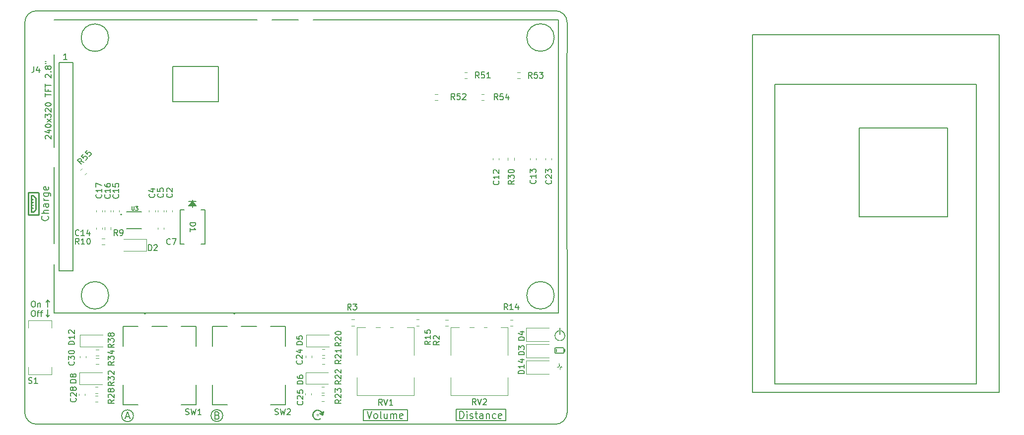
<source format=gbr>
%TF.GenerationSoftware,KiCad,Pcbnew,(6.0.10)*%
%TF.CreationDate,2023-12-08T02:10:06-05:00*%
%TF.ProjectId,Ultrasonic Sound Steering - Remote Rev. A,556c7472-6173-46f6-9e69-6320536f756e,rev?*%
%TF.SameCoordinates,Original*%
%TF.FileFunction,Legend,Top*%
%TF.FilePolarity,Positive*%
%FSLAX46Y46*%
G04 Gerber Fmt 4.6, Leading zero omitted, Abs format (unit mm)*
G04 Created by KiCad (PCBNEW (6.0.10)) date 2023-12-08 02:10:06*
%MOMM*%
%LPD*%
G01*
G04 APERTURE LIST*
%ADD10C,0.150000*%
%ADD11C,0.200000*%
%ADD12C,0.125000*%
%ADD13C,0.120000*%
%ADD14C,0.152400*%
%ADD15C,0.127000*%
G04 APERTURE END LIST*
D10*
X225140000Y-108160000D02*
X267190000Y-108160000D01*
X267190000Y-108160000D02*
X267190000Y-47060000D01*
X267190000Y-47060000D02*
X225140000Y-47060000D01*
X225140000Y-47060000D02*
X225140000Y-108160000D01*
X101000000Y-44994214D02*
X101000000Y-111675000D01*
X103000000Y-113575000D02*
X191512500Y-113575000D01*
X134761249Y-112100000D02*
G75*
G03*
X134761249Y-112100000I-1001249J0D01*
G01*
X174550000Y-111000000D02*
X183000000Y-111000000D01*
X183000000Y-111000000D02*
X183000000Y-112925000D01*
X183000000Y-112925000D02*
X174550000Y-112925000D01*
X174550000Y-112925000D02*
X174550000Y-111000000D01*
D11*
X228900000Y-55590000D02*
X263310000Y-55590000D01*
X263310000Y-55590000D02*
X263310000Y-106690000D01*
X263310000Y-106690000D02*
X228900000Y-106690000D01*
X228900000Y-106690000D02*
X228900000Y-55590000D01*
D10*
X101000030Y-111674998D02*
G75*
G03*
X103000000Y-113575000I1999970J102598D01*
G01*
D11*
X104640000Y-94890000D02*
X104920000Y-95270000D01*
D10*
X102990000Y-43004192D02*
G75*
G03*
X101000000Y-44998428I-1600J-1988408D01*
G01*
X193504214Y-44990000D02*
X193497500Y-55500000D01*
X158750000Y-111075000D02*
X166250000Y-111075000D01*
X166250000Y-111075000D02*
X166250000Y-112925000D01*
X166250000Y-112925000D02*
X158750000Y-112925000D01*
X158750000Y-112925000D02*
X158750000Y-111075000D01*
D11*
X104920000Y-95270000D02*
X105210000Y-94900000D01*
D10*
X193504207Y-44990000D02*
G75*
G03*
X191510000Y-43000000I-1988407J1600D01*
G01*
D11*
X104920000Y-92350000D02*
X104630000Y-92720000D01*
X105200000Y-92730000D02*
X104920000Y-92350000D01*
D10*
X119521249Y-112130000D02*
G75*
G03*
X119521249Y-112130000I-1001249J0D01*
G01*
X243310000Y-78190000D02*
X258410000Y-78190000D01*
X258410000Y-78190000D02*
X258410000Y-63040000D01*
X258410000Y-63040000D02*
X243310000Y-63040000D01*
X243310000Y-63040000D02*
X243310000Y-78190000D01*
X193497500Y-55500000D02*
X193502500Y-111580786D01*
D11*
X104920000Y-94020000D02*
X104920000Y-95270000D01*
D10*
X126190000Y-52500000D02*
X134000000Y-52500000D01*
X134000000Y-52500000D02*
X134000000Y-58500000D01*
X134000000Y-58500000D02*
X126190000Y-58500000D01*
X126190000Y-58500000D02*
X126190000Y-52500000D01*
X191500000Y-43000000D02*
X102990000Y-43004214D01*
X191512500Y-113575007D02*
G75*
G03*
X193502500Y-111580786I1600J1988407D01*
G01*
D11*
X104920000Y-93610000D02*
X104920000Y-92350000D01*
D10*
X102366071Y-92567380D02*
X102556547Y-92567380D01*
X102651785Y-92615000D01*
X102747023Y-92710238D01*
X102794642Y-92900714D01*
X102794642Y-93234047D01*
X102747023Y-93424523D01*
X102651785Y-93519761D01*
X102556547Y-93567380D01*
X102366071Y-93567380D01*
X102270833Y-93519761D01*
X102175595Y-93424523D01*
X102127976Y-93234047D01*
X102127976Y-92900714D01*
X102175595Y-92710238D01*
X102270833Y-92615000D01*
X102366071Y-92567380D01*
X103223214Y-92900714D02*
X103223214Y-93567380D01*
X103223214Y-92995952D02*
X103270833Y-92948333D01*
X103366071Y-92900714D01*
X103508928Y-92900714D01*
X103604166Y-92948333D01*
X103651785Y-93043571D01*
X103651785Y-93567380D01*
X102366071Y-94177380D02*
X102556547Y-94177380D01*
X102651785Y-94225000D01*
X102747023Y-94320238D01*
X102794642Y-94510714D01*
X102794642Y-94844047D01*
X102747023Y-95034523D01*
X102651785Y-95129761D01*
X102556547Y-95177380D01*
X102366071Y-95177380D01*
X102270833Y-95129761D01*
X102175595Y-95034523D01*
X102127976Y-94844047D01*
X102127976Y-94510714D01*
X102175595Y-94320238D01*
X102270833Y-94225000D01*
X102366071Y-94177380D01*
X103080357Y-94510714D02*
X103461309Y-94510714D01*
X103223214Y-95177380D02*
X103223214Y-94320238D01*
X103270833Y-94225000D01*
X103366071Y-94177380D01*
X103461309Y-94177380D01*
X103651785Y-94510714D02*
X104032738Y-94510714D01*
X103794642Y-95177380D02*
X103794642Y-94320238D01*
X103842261Y-94225000D01*
X103937500Y-94177380D01*
X104032738Y-94177380D01*
D12*
X150735802Y-111989115D02*
X151116755Y-111989115D01*
X150926279Y-112179591D02*
X150926279Y-111798639D01*
D11*
X159385714Y-111387857D02*
X159785714Y-112587857D01*
X160185714Y-111387857D01*
X160757142Y-112587857D02*
X160642857Y-112530714D01*
X160585714Y-112473571D01*
X160528571Y-112359285D01*
X160528571Y-112016428D01*
X160585714Y-111902142D01*
X160642857Y-111845000D01*
X160757142Y-111787857D01*
X160928571Y-111787857D01*
X161042857Y-111845000D01*
X161100000Y-111902142D01*
X161157142Y-112016428D01*
X161157142Y-112359285D01*
X161100000Y-112473571D01*
X161042857Y-112530714D01*
X160928571Y-112587857D01*
X160757142Y-112587857D01*
X161842857Y-112587857D02*
X161728571Y-112530714D01*
X161671428Y-112416428D01*
X161671428Y-111387857D01*
X162814285Y-111787857D02*
X162814285Y-112587857D01*
X162300000Y-111787857D02*
X162300000Y-112416428D01*
X162357142Y-112530714D01*
X162471428Y-112587857D01*
X162642857Y-112587857D01*
X162757142Y-112530714D01*
X162814285Y-112473571D01*
X163385714Y-112587857D02*
X163385714Y-111787857D01*
X163385714Y-111902142D02*
X163442857Y-111845000D01*
X163557142Y-111787857D01*
X163728571Y-111787857D01*
X163842857Y-111845000D01*
X163900000Y-111959285D01*
X163900000Y-112587857D01*
X163900000Y-111959285D02*
X163957142Y-111845000D01*
X164071428Y-111787857D01*
X164242857Y-111787857D01*
X164357142Y-111845000D01*
X164414285Y-111959285D01*
X164414285Y-112587857D01*
X165442857Y-112530714D02*
X165328571Y-112587857D01*
X165100000Y-112587857D01*
X164985714Y-112530714D01*
X164928571Y-112416428D01*
X164928571Y-111959285D01*
X164985714Y-111845000D01*
X165100000Y-111787857D01*
X165328571Y-111787857D01*
X165442857Y-111845000D01*
X165500000Y-111959285D01*
X165500000Y-112073571D01*
X164928571Y-112187857D01*
X118234285Y-112310000D02*
X118805714Y-112310000D01*
X118120000Y-112652857D02*
X118520000Y-111452857D01*
X118920000Y-112652857D01*
X175207142Y-112587857D02*
X175207142Y-111387857D01*
X175492857Y-111387857D01*
X175664285Y-111445000D01*
X175778571Y-111559285D01*
X175835714Y-111673571D01*
X175892857Y-111902142D01*
X175892857Y-112073571D01*
X175835714Y-112302142D01*
X175778571Y-112416428D01*
X175664285Y-112530714D01*
X175492857Y-112587857D01*
X175207142Y-112587857D01*
X176407142Y-112587857D02*
X176407142Y-111787857D01*
X176407142Y-111387857D02*
X176350000Y-111445000D01*
X176407142Y-111502142D01*
X176464285Y-111445000D01*
X176407142Y-111387857D01*
X176407142Y-111502142D01*
X176921428Y-112530714D02*
X177035714Y-112587857D01*
X177264285Y-112587857D01*
X177378571Y-112530714D01*
X177435714Y-112416428D01*
X177435714Y-112359285D01*
X177378571Y-112245000D01*
X177264285Y-112187857D01*
X177092857Y-112187857D01*
X176978571Y-112130714D01*
X176921428Y-112016428D01*
X176921428Y-111959285D01*
X176978571Y-111845000D01*
X177092857Y-111787857D01*
X177264285Y-111787857D01*
X177378571Y-111845000D01*
X177778571Y-111787857D02*
X178235714Y-111787857D01*
X177950000Y-111387857D02*
X177950000Y-112416428D01*
X178007142Y-112530714D01*
X178121428Y-112587857D01*
X178235714Y-112587857D01*
X179150000Y-112587857D02*
X179150000Y-111959285D01*
X179092857Y-111845000D01*
X178978571Y-111787857D01*
X178750000Y-111787857D01*
X178635714Y-111845000D01*
X179150000Y-112530714D02*
X179035714Y-112587857D01*
X178750000Y-112587857D01*
X178635714Y-112530714D01*
X178578571Y-112416428D01*
X178578571Y-112302142D01*
X178635714Y-112187857D01*
X178750000Y-112130714D01*
X179035714Y-112130714D01*
X179150000Y-112073571D01*
X179721428Y-111787857D02*
X179721428Y-112587857D01*
X179721428Y-111902142D02*
X179778571Y-111845000D01*
X179892857Y-111787857D01*
X180064285Y-111787857D01*
X180178571Y-111845000D01*
X180235714Y-111959285D01*
X180235714Y-112587857D01*
X181321428Y-112530714D02*
X181207142Y-112587857D01*
X180978571Y-112587857D01*
X180864285Y-112530714D01*
X180807142Y-112473571D01*
X180750000Y-112359285D01*
X180750000Y-112016428D01*
X180807142Y-111902142D01*
X180864285Y-111845000D01*
X180978571Y-111787857D01*
X181207142Y-111787857D01*
X181321428Y-111845000D01*
X182292857Y-112530714D02*
X182178571Y-112587857D01*
X181950000Y-112587857D01*
X181835714Y-112530714D01*
X181778571Y-112416428D01*
X181778571Y-111959285D01*
X181835714Y-111845000D01*
X181950000Y-111787857D01*
X182178571Y-111787857D01*
X182292857Y-111845000D01*
X182350000Y-111959285D01*
X182350000Y-112073571D01*
X181778571Y-112187857D01*
D10*
X104928571Y-78062857D02*
X104985714Y-78120000D01*
X105042857Y-78291428D01*
X105042857Y-78405714D01*
X104985714Y-78577142D01*
X104871428Y-78691428D01*
X104757142Y-78748571D01*
X104528571Y-78805714D01*
X104357142Y-78805714D01*
X104128571Y-78748571D01*
X104014285Y-78691428D01*
X103900000Y-78577142D01*
X103842857Y-78405714D01*
X103842857Y-78291428D01*
X103900000Y-78120000D01*
X103957142Y-78062857D01*
X105042857Y-77548571D02*
X103842857Y-77548571D01*
X105042857Y-77034285D02*
X104414285Y-77034285D01*
X104300000Y-77091428D01*
X104242857Y-77205714D01*
X104242857Y-77377142D01*
X104300000Y-77491428D01*
X104357142Y-77548571D01*
X105042857Y-75948571D02*
X104414285Y-75948571D01*
X104300000Y-76005714D01*
X104242857Y-76120000D01*
X104242857Y-76348571D01*
X104300000Y-76462857D01*
X104985714Y-75948571D02*
X105042857Y-76062857D01*
X105042857Y-76348571D01*
X104985714Y-76462857D01*
X104871428Y-76520000D01*
X104757142Y-76520000D01*
X104642857Y-76462857D01*
X104585714Y-76348571D01*
X104585714Y-76062857D01*
X104528571Y-75948571D01*
X105042857Y-75377142D02*
X104242857Y-75377142D01*
X104471428Y-75377142D02*
X104357142Y-75320000D01*
X104300000Y-75262857D01*
X104242857Y-75148571D01*
X104242857Y-75034285D01*
X104242857Y-74120000D02*
X105214285Y-74120000D01*
X105328571Y-74177142D01*
X105385714Y-74234285D01*
X105442857Y-74348571D01*
X105442857Y-74520000D01*
X105385714Y-74634285D01*
X104985714Y-74120000D02*
X105042857Y-74234285D01*
X105042857Y-74462857D01*
X104985714Y-74577142D01*
X104928571Y-74634285D01*
X104814285Y-74691428D01*
X104471428Y-74691428D01*
X104357142Y-74634285D01*
X104300000Y-74577142D01*
X104242857Y-74462857D01*
X104242857Y-74234285D01*
X104300000Y-74120000D01*
X104985714Y-73091428D02*
X105042857Y-73205714D01*
X105042857Y-73434285D01*
X104985714Y-73548571D01*
X104871428Y-73605714D01*
X104414285Y-73605714D01*
X104300000Y-73548571D01*
X104242857Y-73434285D01*
X104242857Y-73205714D01*
X104300000Y-73091428D01*
X104414285Y-73034285D01*
X104528571Y-73034285D01*
X104642857Y-73605714D01*
D11*
X133855714Y-112044285D02*
X134027142Y-112101428D01*
X134084285Y-112158571D01*
X134141428Y-112272857D01*
X134141428Y-112444285D01*
X134084285Y-112558571D01*
X134027142Y-112615714D01*
X133912857Y-112672857D01*
X133455714Y-112672857D01*
X133455714Y-111472857D01*
X133855714Y-111472857D01*
X133970000Y-111530000D01*
X134027142Y-111587142D01*
X134084285Y-111701428D01*
X134084285Y-111815714D01*
X134027142Y-111930000D01*
X133970000Y-111987142D01*
X133855714Y-112044285D01*
X133455714Y-112044285D01*
D10*
%TO.C,C4*%
X123074324Y-74271666D02*
X123121943Y-74319285D01*
X123169562Y-74462142D01*
X123169562Y-74557380D01*
X123121943Y-74700238D01*
X123026705Y-74795476D01*
X122931467Y-74843095D01*
X122740991Y-74890714D01*
X122598134Y-74890714D01*
X122407658Y-74843095D01*
X122312420Y-74795476D01*
X122217182Y-74700238D01*
X122169562Y-74557380D01*
X122169562Y-74462142D01*
X122217182Y-74319285D01*
X122264801Y-74271666D01*
X122502896Y-73414523D02*
X123169562Y-73414523D01*
X122121943Y-73652619D02*
X122836229Y-73890714D01*
X122836229Y-73271666D01*
%TO.C,C30*%
X109357142Y-102892857D02*
X109404761Y-102940476D01*
X109452380Y-103083333D01*
X109452380Y-103178571D01*
X109404761Y-103321428D01*
X109309523Y-103416666D01*
X109214285Y-103464285D01*
X109023809Y-103511904D01*
X108880952Y-103511904D01*
X108690476Y-103464285D01*
X108595238Y-103416666D01*
X108500000Y-103321428D01*
X108452380Y-103178571D01*
X108452380Y-103083333D01*
X108500000Y-102940476D01*
X108547619Y-102892857D01*
X108452380Y-102559523D02*
X108452380Y-101940476D01*
X108833333Y-102273809D01*
X108833333Y-102130952D01*
X108880952Y-102035714D01*
X108928571Y-101988095D01*
X109023809Y-101940476D01*
X109261904Y-101940476D01*
X109357142Y-101988095D01*
X109404761Y-102035714D01*
X109452380Y-102130952D01*
X109452380Y-102416666D01*
X109404761Y-102511904D01*
X109357142Y-102559523D01*
X108452380Y-101321428D02*
X108452380Y-101226190D01*
X108500000Y-101130952D01*
X108547619Y-101083333D01*
X108642857Y-101035714D01*
X108833333Y-100988095D01*
X109071428Y-100988095D01*
X109261904Y-101035714D01*
X109357142Y-101083333D01*
X109404761Y-101130952D01*
X109452380Y-101226190D01*
X109452380Y-101321428D01*
X109404761Y-101416666D01*
X109357142Y-101464285D01*
X109261904Y-101511904D01*
X109071428Y-101559523D01*
X108833333Y-101559523D01*
X108642857Y-101511904D01*
X108547619Y-101464285D01*
X108500000Y-101416666D01*
X108452380Y-101321428D01*
%TO.C,R2*%
X171692380Y-99396666D02*
X171216190Y-99730000D01*
X171692380Y-99968095D02*
X170692380Y-99968095D01*
X170692380Y-99587142D01*
X170740000Y-99491904D01*
X170787619Y-99444285D01*
X170882857Y-99396666D01*
X171025714Y-99396666D01*
X171120952Y-99444285D01*
X171168571Y-99491904D01*
X171216190Y-99587142D01*
X171216190Y-99968095D01*
X170787619Y-99015714D02*
X170740000Y-98968095D01*
X170692380Y-98872857D01*
X170692380Y-98634761D01*
X170740000Y-98539523D01*
X170787619Y-98491904D01*
X170882857Y-98444285D01*
X170978095Y-98444285D01*
X171120952Y-98491904D01*
X171692380Y-99063333D01*
X171692380Y-98444285D01*
%TO.C,D1*%
X129157619Y-79161904D02*
X130157619Y-79161904D01*
X130157619Y-79400000D01*
X130110000Y-79542857D01*
X130014761Y-79638095D01*
X129919523Y-79685714D01*
X129729047Y-79733333D01*
X129586190Y-79733333D01*
X129395714Y-79685714D01*
X129300476Y-79638095D01*
X129205238Y-79542857D01*
X129157619Y-79400000D01*
X129157619Y-79161904D01*
X129157619Y-80685714D02*
X129157619Y-80114285D01*
X129157619Y-80400000D02*
X130157619Y-80400000D01*
X130014761Y-80304761D01*
X129919523Y-80209523D01*
X129871904Y-80114285D01*
%TO.C,C25*%
X148357142Y-109642857D02*
X148404761Y-109690476D01*
X148452380Y-109833333D01*
X148452380Y-109928571D01*
X148404761Y-110071428D01*
X148309523Y-110166666D01*
X148214285Y-110214285D01*
X148023809Y-110261904D01*
X147880952Y-110261904D01*
X147690476Y-110214285D01*
X147595238Y-110166666D01*
X147500000Y-110071428D01*
X147452380Y-109928571D01*
X147452380Y-109833333D01*
X147500000Y-109690476D01*
X147547619Y-109642857D01*
X147547619Y-109261904D02*
X147500000Y-109214285D01*
X147452380Y-109119047D01*
X147452380Y-108880952D01*
X147500000Y-108785714D01*
X147547619Y-108738095D01*
X147642857Y-108690476D01*
X147738095Y-108690476D01*
X147880952Y-108738095D01*
X148452380Y-109309523D01*
X148452380Y-108690476D01*
X147452380Y-107785714D02*
X147452380Y-108261904D01*
X147928571Y-108309523D01*
X147880952Y-108261904D01*
X147833333Y-108166666D01*
X147833333Y-107928571D01*
X147880952Y-107833333D01*
X147928571Y-107785714D01*
X148023809Y-107738095D01*
X148261904Y-107738095D01*
X148357142Y-107785714D01*
X148404761Y-107833333D01*
X148452380Y-107928571D01*
X148452380Y-108166666D01*
X148404761Y-108261904D01*
X148357142Y-108309523D01*
%TO.C,R32*%
X116202380Y-106392857D02*
X115726190Y-106726190D01*
X116202380Y-106964285D02*
X115202380Y-106964285D01*
X115202380Y-106583333D01*
X115250000Y-106488095D01*
X115297619Y-106440476D01*
X115392857Y-106392857D01*
X115535714Y-106392857D01*
X115630952Y-106440476D01*
X115678571Y-106488095D01*
X115726190Y-106583333D01*
X115726190Y-106964285D01*
X115202380Y-106059523D02*
X115202380Y-105440476D01*
X115583333Y-105773809D01*
X115583333Y-105630952D01*
X115630952Y-105535714D01*
X115678571Y-105488095D01*
X115773809Y-105440476D01*
X116011904Y-105440476D01*
X116107142Y-105488095D01*
X116154761Y-105535714D01*
X116202380Y-105630952D01*
X116202380Y-105916666D01*
X116154761Y-106011904D01*
X116107142Y-106059523D01*
X115297619Y-105059523D02*
X115250000Y-105011904D01*
X115202380Y-104916666D01*
X115202380Y-104678571D01*
X115250000Y-104583333D01*
X115297619Y-104535714D01*
X115392857Y-104488095D01*
X115488095Y-104488095D01*
X115630952Y-104535714D01*
X116202380Y-105107142D01*
X116202380Y-104488095D01*
%TO.C,R21*%
X154952380Y-102642857D02*
X154476190Y-102976190D01*
X154952380Y-103214285D02*
X153952380Y-103214285D01*
X153952380Y-102833333D01*
X154000000Y-102738095D01*
X154047619Y-102690476D01*
X154142857Y-102642857D01*
X154285714Y-102642857D01*
X154380952Y-102690476D01*
X154428571Y-102738095D01*
X154476190Y-102833333D01*
X154476190Y-103214285D01*
X154047619Y-102261904D02*
X154000000Y-102214285D01*
X153952380Y-102119047D01*
X153952380Y-101880952D01*
X154000000Y-101785714D01*
X154047619Y-101738095D01*
X154142857Y-101690476D01*
X154238095Y-101690476D01*
X154380952Y-101738095D01*
X154952380Y-102309523D01*
X154952380Y-101690476D01*
X154952380Y-100738095D02*
X154952380Y-101309523D01*
X154952380Y-101023809D02*
X153952380Y-101023809D01*
X154095238Y-101119047D01*
X154190476Y-101214285D01*
X154238095Y-101309523D01*
%TO.C,SW1*%
X128416666Y-111904761D02*
X128559523Y-111952380D01*
X128797619Y-111952380D01*
X128892857Y-111904761D01*
X128940476Y-111857142D01*
X128988095Y-111761904D01*
X128988095Y-111666666D01*
X128940476Y-111571428D01*
X128892857Y-111523809D01*
X128797619Y-111476190D01*
X128607142Y-111428571D01*
X128511904Y-111380952D01*
X128464285Y-111333333D01*
X128416666Y-111238095D01*
X128416666Y-111142857D01*
X128464285Y-111047619D01*
X128511904Y-111000000D01*
X128607142Y-110952380D01*
X128845238Y-110952380D01*
X128988095Y-111000000D01*
X129321428Y-110952380D02*
X129559523Y-111952380D01*
X129750000Y-111238095D01*
X129940476Y-111952380D01*
X130178571Y-110952380D01*
X131083333Y-111952380D02*
X130511904Y-111952380D01*
X130797619Y-111952380D02*
X130797619Y-110952380D01*
X130702380Y-111095238D01*
X130607142Y-111190476D01*
X130511904Y-111238095D01*
%TO.C,R51*%
X178477142Y-54482380D02*
X178143809Y-54006190D01*
X177905714Y-54482380D02*
X177905714Y-53482380D01*
X178286666Y-53482380D01*
X178381904Y-53530000D01*
X178429523Y-53577619D01*
X178477142Y-53672857D01*
X178477142Y-53815714D01*
X178429523Y-53910952D01*
X178381904Y-53958571D01*
X178286666Y-54006190D01*
X177905714Y-54006190D01*
X179381904Y-53482380D02*
X178905714Y-53482380D01*
X178858095Y-53958571D01*
X178905714Y-53910952D01*
X179000952Y-53863333D01*
X179239047Y-53863333D01*
X179334285Y-53910952D01*
X179381904Y-53958571D01*
X179429523Y-54053809D01*
X179429523Y-54291904D01*
X179381904Y-54387142D01*
X179334285Y-54434761D01*
X179239047Y-54482380D01*
X179000952Y-54482380D01*
X178905714Y-54434761D01*
X178858095Y-54387142D01*
X180381904Y-54482380D02*
X179810476Y-54482380D01*
X180096190Y-54482380D02*
X180096190Y-53482380D01*
X180000952Y-53625238D01*
X179905714Y-53720476D01*
X179810476Y-53768095D01*
%TO.C,C23*%
X190757142Y-71942857D02*
X190804761Y-71990476D01*
X190852380Y-72133333D01*
X190852380Y-72228571D01*
X190804761Y-72371428D01*
X190709523Y-72466666D01*
X190614285Y-72514285D01*
X190423809Y-72561904D01*
X190280952Y-72561904D01*
X190090476Y-72514285D01*
X189995238Y-72466666D01*
X189900000Y-72371428D01*
X189852380Y-72228571D01*
X189852380Y-72133333D01*
X189900000Y-71990476D01*
X189947619Y-71942857D01*
X189947619Y-71561904D02*
X189900000Y-71514285D01*
X189852380Y-71419047D01*
X189852380Y-71180952D01*
X189900000Y-71085714D01*
X189947619Y-71038095D01*
X190042857Y-70990476D01*
X190138095Y-70990476D01*
X190280952Y-71038095D01*
X190852380Y-71609523D01*
X190852380Y-70990476D01*
X189852380Y-70657142D02*
X189852380Y-70038095D01*
X190233333Y-70371428D01*
X190233333Y-70228571D01*
X190280952Y-70133333D01*
X190328571Y-70085714D01*
X190423809Y-70038095D01*
X190661904Y-70038095D01*
X190757142Y-70085714D01*
X190804761Y-70133333D01*
X190852380Y-70228571D01*
X190852380Y-70514285D01*
X190804761Y-70609523D01*
X190757142Y-70657142D01*
%TO.C,SW2*%
X143666666Y-111904761D02*
X143809523Y-111952380D01*
X144047619Y-111952380D01*
X144142857Y-111904761D01*
X144190476Y-111857142D01*
X144238095Y-111761904D01*
X144238095Y-111666666D01*
X144190476Y-111571428D01*
X144142857Y-111523809D01*
X144047619Y-111476190D01*
X143857142Y-111428571D01*
X143761904Y-111380952D01*
X143714285Y-111333333D01*
X143666666Y-111238095D01*
X143666666Y-111142857D01*
X143714285Y-111047619D01*
X143761904Y-111000000D01*
X143857142Y-110952380D01*
X144095238Y-110952380D01*
X144238095Y-111000000D01*
X144571428Y-110952380D02*
X144809523Y-111952380D01*
X145000000Y-111238095D01*
X145190476Y-111952380D01*
X145428571Y-110952380D01*
X145761904Y-111047619D02*
X145809523Y-111000000D01*
X145904761Y-110952380D01*
X146142857Y-110952380D01*
X146238095Y-111000000D01*
X146285714Y-111047619D01*
X146333333Y-111142857D01*
X146333333Y-111238095D01*
X146285714Y-111380952D01*
X145714285Y-111952380D01*
X146333333Y-111952380D01*
%TO.C,R14*%
X183347142Y-94022380D02*
X183013809Y-93546190D01*
X182775714Y-94022380D02*
X182775714Y-93022380D01*
X183156666Y-93022380D01*
X183251904Y-93070000D01*
X183299523Y-93117619D01*
X183347142Y-93212857D01*
X183347142Y-93355714D01*
X183299523Y-93450952D01*
X183251904Y-93498571D01*
X183156666Y-93546190D01*
X182775714Y-93546190D01*
X184299523Y-94022380D02*
X183728095Y-94022380D01*
X184013809Y-94022380D02*
X184013809Y-93022380D01*
X183918571Y-93165238D01*
X183823333Y-93260476D01*
X183728095Y-93308095D01*
X185156666Y-93355714D02*
X185156666Y-94022380D01*
X184918571Y-92974761D02*
X184680476Y-93689047D01*
X185299523Y-93689047D01*
%TO.C,R54*%
X181667142Y-58192380D02*
X181333809Y-57716190D01*
X181095714Y-58192380D02*
X181095714Y-57192380D01*
X181476666Y-57192380D01*
X181571904Y-57240000D01*
X181619523Y-57287619D01*
X181667142Y-57382857D01*
X181667142Y-57525714D01*
X181619523Y-57620952D01*
X181571904Y-57668571D01*
X181476666Y-57716190D01*
X181095714Y-57716190D01*
X182571904Y-57192380D02*
X182095714Y-57192380D01*
X182048095Y-57668571D01*
X182095714Y-57620952D01*
X182190952Y-57573333D01*
X182429047Y-57573333D01*
X182524285Y-57620952D01*
X182571904Y-57668571D01*
X182619523Y-57763809D01*
X182619523Y-58001904D01*
X182571904Y-58097142D01*
X182524285Y-58144761D01*
X182429047Y-58192380D01*
X182190952Y-58192380D01*
X182095714Y-58144761D01*
X182048095Y-58097142D01*
X183476666Y-57525714D02*
X183476666Y-58192380D01*
X183238571Y-57144761D02*
X183000476Y-57859047D01*
X183619523Y-57859047D01*
%TO.C,R52*%
X174327142Y-58142380D02*
X173993809Y-57666190D01*
X173755714Y-58142380D02*
X173755714Y-57142380D01*
X174136666Y-57142380D01*
X174231904Y-57190000D01*
X174279523Y-57237619D01*
X174327142Y-57332857D01*
X174327142Y-57475714D01*
X174279523Y-57570952D01*
X174231904Y-57618571D01*
X174136666Y-57666190D01*
X173755714Y-57666190D01*
X175231904Y-57142380D02*
X174755714Y-57142380D01*
X174708095Y-57618571D01*
X174755714Y-57570952D01*
X174850952Y-57523333D01*
X175089047Y-57523333D01*
X175184285Y-57570952D01*
X175231904Y-57618571D01*
X175279523Y-57713809D01*
X175279523Y-57951904D01*
X175231904Y-58047142D01*
X175184285Y-58094761D01*
X175089047Y-58142380D01*
X174850952Y-58142380D01*
X174755714Y-58094761D01*
X174708095Y-58047142D01*
X175660476Y-57237619D02*
X175708095Y-57190000D01*
X175803333Y-57142380D01*
X176041428Y-57142380D01*
X176136666Y-57190000D01*
X176184285Y-57237619D01*
X176231904Y-57332857D01*
X176231904Y-57428095D01*
X176184285Y-57570952D01*
X175612857Y-58142380D01*
X176231904Y-58142380D01*
%TO.C,C16*%
X115507142Y-74382857D02*
X115554761Y-74430476D01*
X115602380Y-74573333D01*
X115602380Y-74668571D01*
X115554761Y-74811428D01*
X115459523Y-74906666D01*
X115364285Y-74954285D01*
X115173809Y-75001904D01*
X115030952Y-75001904D01*
X114840476Y-74954285D01*
X114745238Y-74906666D01*
X114650000Y-74811428D01*
X114602380Y-74668571D01*
X114602380Y-74573333D01*
X114650000Y-74430476D01*
X114697619Y-74382857D01*
X115602380Y-73430476D02*
X115602380Y-74001904D01*
X115602380Y-73716190D02*
X114602380Y-73716190D01*
X114745238Y-73811428D01*
X114840476Y-73906666D01*
X114888095Y-74001904D01*
X114602380Y-72573333D02*
X114602380Y-72763809D01*
X114650000Y-72859047D01*
X114697619Y-72906666D01*
X114840476Y-73001904D01*
X115030952Y-73049523D01*
X115411904Y-73049523D01*
X115507142Y-73001904D01*
X115554761Y-72954285D01*
X115602380Y-72859047D01*
X115602380Y-72668571D01*
X115554761Y-72573333D01*
X115507142Y-72525714D01*
X115411904Y-72478095D01*
X115173809Y-72478095D01*
X115078571Y-72525714D01*
X115030952Y-72573333D01*
X114983333Y-72668571D01*
X114983333Y-72859047D01*
X115030952Y-72954285D01*
X115078571Y-73001904D01*
X115173809Y-73049523D01*
%TO.C,R22*%
X154952380Y-106142857D02*
X154476190Y-106476190D01*
X154952380Y-106714285D02*
X153952380Y-106714285D01*
X153952380Y-106333333D01*
X154000000Y-106238095D01*
X154047619Y-106190476D01*
X154142857Y-106142857D01*
X154285714Y-106142857D01*
X154380952Y-106190476D01*
X154428571Y-106238095D01*
X154476190Y-106333333D01*
X154476190Y-106714285D01*
X154047619Y-105761904D02*
X154000000Y-105714285D01*
X153952380Y-105619047D01*
X153952380Y-105380952D01*
X154000000Y-105285714D01*
X154047619Y-105238095D01*
X154142857Y-105190476D01*
X154238095Y-105190476D01*
X154380952Y-105238095D01*
X154952380Y-105809523D01*
X154952380Y-105190476D01*
X154047619Y-104809523D02*
X154000000Y-104761904D01*
X153952380Y-104666666D01*
X153952380Y-104428571D01*
X154000000Y-104333333D01*
X154047619Y-104285714D01*
X154142857Y-104238095D01*
X154238095Y-104238095D01*
X154380952Y-104285714D01*
X154952380Y-104857142D01*
X154952380Y-104238095D01*
%TO.C,D12*%
X109452380Y-99964285D02*
X108452380Y-99964285D01*
X108452380Y-99726190D01*
X108500000Y-99583333D01*
X108595238Y-99488095D01*
X108690476Y-99440476D01*
X108880952Y-99392857D01*
X109023809Y-99392857D01*
X109214285Y-99440476D01*
X109309523Y-99488095D01*
X109404761Y-99583333D01*
X109452380Y-99726190D01*
X109452380Y-99964285D01*
X109452380Y-98440476D02*
X109452380Y-99011904D01*
X109452380Y-98726190D02*
X108452380Y-98726190D01*
X108595238Y-98821428D01*
X108690476Y-98916666D01*
X108738095Y-99011904D01*
X108547619Y-98059523D02*
X108500000Y-98011904D01*
X108452380Y-97916666D01*
X108452380Y-97678571D01*
X108500000Y-97583333D01*
X108547619Y-97535714D01*
X108642857Y-97488095D01*
X108738095Y-97488095D01*
X108880952Y-97535714D01*
X109452380Y-98107142D01*
X109452380Y-97488095D01*
%TO.C,R53*%
X187487142Y-54502380D02*
X187153809Y-54026190D01*
X186915714Y-54502380D02*
X186915714Y-53502380D01*
X187296666Y-53502380D01*
X187391904Y-53550000D01*
X187439523Y-53597619D01*
X187487142Y-53692857D01*
X187487142Y-53835714D01*
X187439523Y-53930952D01*
X187391904Y-53978571D01*
X187296666Y-54026190D01*
X186915714Y-54026190D01*
X188391904Y-53502380D02*
X187915714Y-53502380D01*
X187868095Y-53978571D01*
X187915714Y-53930952D01*
X188010952Y-53883333D01*
X188249047Y-53883333D01*
X188344285Y-53930952D01*
X188391904Y-53978571D01*
X188439523Y-54073809D01*
X188439523Y-54311904D01*
X188391904Y-54407142D01*
X188344285Y-54454761D01*
X188249047Y-54502380D01*
X188010952Y-54502380D01*
X187915714Y-54454761D01*
X187868095Y-54407142D01*
X188772857Y-53502380D02*
X189391904Y-53502380D01*
X189058571Y-53883333D01*
X189201428Y-53883333D01*
X189296666Y-53930952D01*
X189344285Y-53978571D01*
X189391904Y-54073809D01*
X189391904Y-54311904D01*
X189344285Y-54407142D01*
X189296666Y-54454761D01*
X189201428Y-54502380D01*
X188915714Y-54502380D01*
X188820476Y-54454761D01*
X188772857Y-54407142D01*
%TO.C,R55*%
X111085312Y-68824451D02*
X110512893Y-68723436D01*
X110681251Y-69228512D02*
X109974145Y-68521405D01*
X110243519Y-68252031D01*
X110344534Y-68218359D01*
X110411877Y-68218359D01*
X110512893Y-68252031D01*
X110613908Y-68353046D01*
X110647580Y-68454062D01*
X110647580Y-68521405D01*
X110613908Y-68622420D01*
X110344534Y-68891794D01*
X111017969Y-67477581D02*
X110681251Y-67814298D01*
X110984297Y-68184688D01*
X110984297Y-68117344D01*
X111017969Y-68016329D01*
X111186328Y-67847970D01*
X111287343Y-67814298D01*
X111354687Y-67814298D01*
X111455702Y-67847970D01*
X111624061Y-68016329D01*
X111657732Y-68117344D01*
X111657732Y-68184688D01*
X111624061Y-68285703D01*
X111455702Y-68454062D01*
X111354687Y-68487733D01*
X111287343Y-68487733D01*
X111691404Y-66804146D02*
X111354687Y-67140863D01*
X111657732Y-67511252D01*
X111657732Y-67443909D01*
X111691404Y-67342894D01*
X111859763Y-67174535D01*
X111960778Y-67140863D01*
X112028122Y-67140863D01*
X112129137Y-67174535D01*
X112297496Y-67342894D01*
X112331167Y-67443909D01*
X112331167Y-67511252D01*
X112297496Y-67612268D01*
X112129137Y-67780626D01*
X112028122Y-67814298D01*
X111960778Y-67814298D01*
%TO.C,R30*%
X184442380Y-71992857D02*
X183966190Y-72326190D01*
X184442380Y-72564285D02*
X183442380Y-72564285D01*
X183442380Y-72183333D01*
X183490000Y-72088095D01*
X183537619Y-72040476D01*
X183632857Y-71992857D01*
X183775714Y-71992857D01*
X183870952Y-72040476D01*
X183918571Y-72088095D01*
X183966190Y-72183333D01*
X183966190Y-72564285D01*
X183442380Y-71659523D02*
X183442380Y-71040476D01*
X183823333Y-71373809D01*
X183823333Y-71230952D01*
X183870952Y-71135714D01*
X183918571Y-71088095D01*
X184013809Y-71040476D01*
X184251904Y-71040476D01*
X184347142Y-71088095D01*
X184394761Y-71135714D01*
X184442380Y-71230952D01*
X184442380Y-71516666D01*
X184394761Y-71611904D01*
X184347142Y-71659523D01*
X183442380Y-70421428D02*
X183442380Y-70326190D01*
X183490000Y-70230952D01*
X183537619Y-70183333D01*
X183632857Y-70135714D01*
X183823333Y-70088095D01*
X184061428Y-70088095D01*
X184251904Y-70135714D01*
X184347142Y-70183333D01*
X184394761Y-70230952D01*
X184442380Y-70326190D01*
X184442380Y-70421428D01*
X184394761Y-70516666D01*
X184347142Y-70564285D01*
X184251904Y-70611904D01*
X184061428Y-70659523D01*
X183823333Y-70659523D01*
X183632857Y-70611904D01*
X183537619Y-70564285D01*
X183490000Y-70516666D01*
X183442380Y-70421428D01*
%TO.C,D6*%
X148452380Y-106738095D02*
X147452380Y-106738095D01*
X147452380Y-106500000D01*
X147500000Y-106357142D01*
X147595238Y-106261904D01*
X147690476Y-106214285D01*
X147880952Y-106166666D01*
X148023809Y-106166666D01*
X148214285Y-106214285D01*
X148309523Y-106261904D01*
X148404761Y-106357142D01*
X148452380Y-106500000D01*
X148452380Y-106738095D01*
X147452380Y-105309523D02*
X147452380Y-105500000D01*
X147500000Y-105595238D01*
X147547619Y-105642857D01*
X147690476Y-105738095D01*
X147880952Y-105785714D01*
X148261904Y-105785714D01*
X148357142Y-105738095D01*
X148404761Y-105690476D01*
X148452380Y-105595238D01*
X148452380Y-105404761D01*
X148404761Y-105309523D01*
X148357142Y-105261904D01*
X148261904Y-105214285D01*
X148023809Y-105214285D01*
X147928571Y-105261904D01*
X147880952Y-105309523D01*
X147833333Y-105404761D01*
X147833333Y-105595238D01*
X147880952Y-105690476D01*
X147928571Y-105738095D01*
X148023809Y-105785714D01*
%TO.C,J4*%
X102556666Y-52522380D02*
X102556666Y-53236666D01*
X102509047Y-53379523D01*
X102413809Y-53474761D01*
X102270952Y-53522380D01*
X102175714Y-53522380D01*
X103461428Y-52855714D02*
X103461428Y-53522380D01*
X103223333Y-52474761D02*
X102985238Y-53189047D01*
X103604285Y-53189047D01*
X104567619Y-64835238D02*
X104520000Y-64787619D01*
X104472380Y-64692380D01*
X104472380Y-64454285D01*
X104520000Y-64359047D01*
X104567619Y-64311428D01*
X104662857Y-64263809D01*
X104758095Y-64263809D01*
X104900952Y-64311428D01*
X105472380Y-64882857D01*
X105472380Y-64263809D01*
X104805714Y-63406666D02*
X105472380Y-63406666D01*
X104424761Y-63644761D02*
X105139047Y-63882857D01*
X105139047Y-63263809D01*
X104472380Y-62692380D02*
X104472380Y-62597142D01*
X104520000Y-62501904D01*
X104567619Y-62454285D01*
X104662857Y-62406666D01*
X104853333Y-62359047D01*
X105091428Y-62359047D01*
X105281904Y-62406666D01*
X105377142Y-62454285D01*
X105424761Y-62501904D01*
X105472380Y-62597142D01*
X105472380Y-62692380D01*
X105424761Y-62787619D01*
X105377142Y-62835238D01*
X105281904Y-62882857D01*
X105091428Y-62930476D01*
X104853333Y-62930476D01*
X104662857Y-62882857D01*
X104567619Y-62835238D01*
X104520000Y-62787619D01*
X104472380Y-62692380D01*
X105472380Y-62025714D02*
X104805714Y-61501904D01*
X104805714Y-62025714D02*
X105472380Y-61501904D01*
X104472380Y-61216190D02*
X104472380Y-60597142D01*
X104853333Y-60930476D01*
X104853333Y-60787619D01*
X104900952Y-60692380D01*
X104948571Y-60644761D01*
X105043809Y-60597142D01*
X105281904Y-60597142D01*
X105377142Y-60644761D01*
X105424761Y-60692380D01*
X105472380Y-60787619D01*
X105472380Y-61073333D01*
X105424761Y-61168571D01*
X105377142Y-61216190D01*
X104567619Y-60216190D02*
X104520000Y-60168571D01*
X104472380Y-60073333D01*
X104472380Y-59835238D01*
X104520000Y-59740000D01*
X104567619Y-59692380D01*
X104662857Y-59644761D01*
X104758095Y-59644761D01*
X104900952Y-59692380D01*
X105472380Y-60263809D01*
X105472380Y-59644761D01*
X104472380Y-59025714D02*
X104472380Y-58930476D01*
X104520000Y-58835238D01*
X104567619Y-58787619D01*
X104662857Y-58740000D01*
X104853333Y-58692380D01*
X105091428Y-58692380D01*
X105281904Y-58740000D01*
X105377142Y-58787619D01*
X105424761Y-58835238D01*
X105472380Y-58930476D01*
X105472380Y-59025714D01*
X105424761Y-59120952D01*
X105377142Y-59168571D01*
X105281904Y-59216190D01*
X105091428Y-59263809D01*
X104853333Y-59263809D01*
X104662857Y-59216190D01*
X104567619Y-59168571D01*
X104520000Y-59120952D01*
X104472380Y-59025714D01*
X104472380Y-57644761D02*
X104472380Y-57073333D01*
X105472380Y-57359047D02*
X104472380Y-57359047D01*
X104948571Y-56406666D02*
X104948571Y-56740000D01*
X105472380Y-56740000D02*
X104472380Y-56740000D01*
X104472380Y-56263809D01*
X104472380Y-56025714D02*
X104472380Y-55454285D01*
X105472380Y-55740000D02*
X104472380Y-55740000D01*
X104567619Y-54406666D02*
X104520000Y-54359047D01*
X104472380Y-54263809D01*
X104472380Y-54025714D01*
X104520000Y-53930476D01*
X104567619Y-53882857D01*
X104662857Y-53835238D01*
X104758095Y-53835238D01*
X104900952Y-53882857D01*
X105472380Y-54454285D01*
X105472380Y-53835238D01*
X105377142Y-53406666D02*
X105424761Y-53359047D01*
X105472380Y-53406666D01*
X105424761Y-53454285D01*
X105377142Y-53406666D01*
X105472380Y-53406666D01*
X104900952Y-52787619D02*
X104853333Y-52882857D01*
X104805714Y-52930476D01*
X104710476Y-52978095D01*
X104662857Y-52978095D01*
X104567619Y-52930476D01*
X104520000Y-52882857D01*
X104472380Y-52787619D01*
X104472380Y-52597142D01*
X104520000Y-52501904D01*
X104567619Y-52454285D01*
X104662857Y-52406666D01*
X104710476Y-52406666D01*
X104805714Y-52454285D01*
X104853333Y-52501904D01*
X104900952Y-52597142D01*
X104900952Y-52787619D01*
X104948571Y-52882857D01*
X104996190Y-52930476D01*
X105091428Y-52978095D01*
X105281904Y-52978095D01*
X105377142Y-52930476D01*
X105424761Y-52882857D01*
X105472380Y-52787619D01*
X105472380Y-52597142D01*
X105424761Y-52501904D01*
X105377142Y-52454285D01*
X105281904Y-52406666D01*
X105091428Y-52406666D01*
X104996190Y-52454285D01*
X104948571Y-52501904D01*
X104900952Y-52597142D01*
X104472380Y-52025714D02*
X104662857Y-52025714D01*
X104472380Y-51644761D02*
X104662857Y-51644761D01*
X108202023Y-51292380D02*
X107630595Y-51292380D01*
X107916309Y-51292380D02*
X107916309Y-50292380D01*
X107821071Y-50435238D01*
X107725833Y-50530476D01*
X107630595Y-50578095D01*
%TO.C,R15*%
X170202380Y-99392857D02*
X169726190Y-99726190D01*
X170202380Y-99964285D02*
X169202380Y-99964285D01*
X169202380Y-99583333D01*
X169250000Y-99488095D01*
X169297619Y-99440476D01*
X169392857Y-99392857D01*
X169535714Y-99392857D01*
X169630952Y-99440476D01*
X169678571Y-99488095D01*
X169726190Y-99583333D01*
X169726190Y-99964285D01*
X170202380Y-98440476D02*
X170202380Y-99011904D01*
X170202380Y-98726190D02*
X169202380Y-98726190D01*
X169345238Y-98821428D01*
X169440476Y-98916666D01*
X169488095Y-99011904D01*
X169202380Y-97535714D02*
X169202380Y-98011904D01*
X169678571Y-98059523D01*
X169630952Y-98011904D01*
X169583333Y-97916666D01*
X169583333Y-97678571D01*
X169630952Y-97583333D01*
X169678571Y-97535714D01*
X169773809Y-97488095D01*
X170011904Y-97488095D01*
X170107142Y-97535714D01*
X170154761Y-97583333D01*
X170202380Y-97678571D01*
X170202380Y-97916666D01*
X170154761Y-98011904D01*
X170107142Y-98059523D01*
%TO.C,C7*%
X125803333Y-82807142D02*
X125755714Y-82854761D01*
X125612857Y-82902380D01*
X125517619Y-82902380D01*
X125374761Y-82854761D01*
X125279523Y-82759523D01*
X125231904Y-82664285D01*
X125184285Y-82473809D01*
X125184285Y-82330952D01*
X125231904Y-82140476D01*
X125279523Y-82045238D01*
X125374761Y-81950000D01*
X125517619Y-81902380D01*
X125612857Y-81902380D01*
X125755714Y-81950000D01*
X125803333Y-81997619D01*
X126136666Y-81902380D02*
X126803333Y-81902380D01*
X126374761Y-82902380D01*
%TO.C,R10*%
X110247142Y-82852380D02*
X109913809Y-82376190D01*
X109675714Y-82852380D02*
X109675714Y-81852380D01*
X110056666Y-81852380D01*
X110151904Y-81900000D01*
X110199523Y-81947619D01*
X110247142Y-82042857D01*
X110247142Y-82185714D01*
X110199523Y-82280952D01*
X110151904Y-82328571D01*
X110056666Y-82376190D01*
X109675714Y-82376190D01*
X111199523Y-82852380D02*
X110628095Y-82852380D01*
X110913809Y-82852380D02*
X110913809Y-81852380D01*
X110818571Y-81995238D01*
X110723333Y-82090476D01*
X110628095Y-82138095D01*
X111818571Y-81852380D02*
X111913809Y-81852380D01*
X112009047Y-81900000D01*
X112056666Y-81947619D01*
X112104285Y-82042857D01*
X112151904Y-82233333D01*
X112151904Y-82471428D01*
X112104285Y-82661904D01*
X112056666Y-82757142D01*
X112009047Y-82804761D01*
X111913809Y-82852380D01*
X111818571Y-82852380D01*
X111723333Y-82804761D01*
X111675714Y-82757142D01*
X111628095Y-82661904D01*
X111580476Y-82471428D01*
X111580476Y-82233333D01*
X111628095Y-82042857D01*
X111675714Y-81947619D01*
X111723333Y-81900000D01*
X111818571Y-81852380D01*
%TO.C,D5*%
X148362380Y-100018095D02*
X147362380Y-100018095D01*
X147362380Y-99780000D01*
X147410000Y-99637142D01*
X147505238Y-99541904D01*
X147600476Y-99494285D01*
X147790952Y-99446666D01*
X147933809Y-99446666D01*
X148124285Y-99494285D01*
X148219523Y-99541904D01*
X148314761Y-99637142D01*
X148362380Y-99780000D01*
X148362380Y-100018095D01*
X147362380Y-98541904D02*
X147362380Y-99018095D01*
X147838571Y-99065714D01*
X147790952Y-99018095D01*
X147743333Y-98922857D01*
X147743333Y-98684761D01*
X147790952Y-98589523D01*
X147838571Y-98541904D01*
X147933809Y-98494285D01*
X148171904Y-98494285D01*
X148267142Y-98541904D01*
X148314761Y-98589523D01*
X148362380Y-98684761D01*
X148362380Y-98922857D01*
X148314761Y-99018095D01*
X148267142Y-99065714D01*
%TO.C,C12*%
X181787142Y-72062857D02*
X181834761Y-72110476D01*
X181882380Y-72253333D01*
X181882380Y-72348571D01*
X181834761Y-72491428D01*
X181739523Y-72586666D01*
X181644285Y-72634285D01*
X181453809Y-72681904D01*
X181310952Y-72681904D01*
X181120476Y-72634285D01*
X181025238Y-72586666D01*
X180930000Y-72491428D01*
X180882380Y-72348571D01*
X180882380Y-72253333D01*
X180930000Y-72110476D01*
X180977619Y-72062857D01*
X181882380Y-71110476D02*
X181882380Y-71681904D01*
X181882380Y-71396190D02*
X180882380Y-71396190D01*
X181025238Y-71491428D01*
X181120476Y-71586666D01*
X181168095Y-71681904D01*
X180977619Y-70729523D02*
X180930000Y-70681904D01*
X180882380Y-70586666D01*
X180882380Y-70348571D01*
X180930000Y-70253333D01*
X180977619Y-70205714D01*
X181072857Y-70158095D01*
X181168095Y-70158095D01*
X181310952Y-70205714D01*
X181882380Y-70777142D01*
X181882380Y-70158095D01*
%TO.C,R23*%
X154952380Y-109392857D02*
X154476190Y-109726190D01*
X154952380Y-109964285D02*
X153952380Y-109964285D01*
X153952380Y-109583333D01*
X154000000Y-109488095D01*
X154047619Y-109440476D01*
X154142857Y-109392857D01*
X154285714Y-109392857D01*
X154380952Y-109440476D01*
X154428571Y-109488095D01*
X154476190Y-109583333D01*
X154476190Y-109964285D01*
X154047619Y-109011904D02*
X154000000Y-108964285D01*
X153952380Y-108869047D01*
X153952380Y-108630952D01*
X154000000Y-108535714D01*
X154047619Y-108488095D01*
X154142857Y-108440476D01*
X154238095Y-108440476D01*
X154380952Y-108488095D01*
X154952380Y-109059523D01*
X154952380Y-108440476D01*
X153952380Y-108107142D02*
X153952380Y-107488095D01*
X154333333Y-107821428D01*
X154333333Y-107678571D01*
X154380952Y-107583333D01*
X154428571Y-107535714D01*
X154523809Y-107488095D01*
X154761904Y-107488095D01*
X154857142Y-107535714D01*
X154904761Y-107583333D01*
X154952380Y-107678571D01*
X154952380Y-107964285D01*
X154904761Y-108059523D01*
X154857142Y-108107142D01*
%TO.C,C2*%
X126077142Y-74236666D02*
X126124761Y-74284285D01*
X126172380Y-74427142D01*
X126172380Y-74522380D01*
X126124761Y-74665238D01*
X126029523Y-74760476D01*
X125934285Y-74808095D01*
X125743809Y-74855714D01*
X125600952Y-74855714D01*
X125410476Y-74808095D01*
X125315238Y-74760476D01*
X125220000Y-74665238D01*
X125172380Y-74522380D01*
X125172380Y-74427142D01*
X125220000Y-74284285D01*
X125267619Y-74236666D01*
X125267619Y-73855714D02*
X125220000Y-73808095D01*
X125172380Y-73712857D01*
X125172380Y-73474761D01*
X125220000Y-73379523D01*
X125267619Y-73331904D01*
X125362857Y-73284285D01*
X125458095Y-73284285D01*
X125600952Y-73331904D01*
X126172380Y-73903333D01*
X126172380Y-73284285D01*
%TO.C,C5*%
X124544324Y-74246666D02*
X124591943Y-74294285D01*
X124639562Y-74437142D01*
X124639562Y-74532380D01*
X124591943Y-74675238D01*
X124496705Y-74770476D01*
X124401467Y-74818095D01*
X124210991Y-74865714D01*
X124068134Y-74865714D01*
X123877658Y-74818095D01*
X123782420Y-74770476D01*
X123687182Y-74675238D01*
X123639562Y-74532380D01*
X123639562Y-74437142D01*
X123687182Y-74294285D01*
X123734801Y-74246666D01*
X123639562Y-73341904D02*
X123639562Y-73818095D01*
X124115753Y-73865714D01*
X124068134Y-73818095D01*
X124020515Y-73722857D01*
X124020515Y-73484761D01*
X124068134Y-73389523D01*
X124115753Y-73341904D01*
X124210991Y-73294285D01*
X124449086Y-73294285D01*
X124544324Y-73341904D01*
X124591943Y-73389523D01*
X124639562Y-73484761D01*
X124639562Y-73722857D01*
X124591943Y-73818095D01*
X124544324Y-73865714D01*
%TO.C,R38*%
X116202380Y-99892857D02*
X115726190Y-100226190D01*
X116202380Y-100464285D02*
X115202380Y-100464285D01*
X115202380Y-100083333D01*
X115250000Y-99988095D01*
X115297619Y-99940476D01*
X115392857Y-99892857D01*
X115535714Y-99892857D01*
X115630952Y-99940476D01*
X115678571Y-99988095D01*
X115726190Y-100083333D01*
X115726190Y-100464285D01*
X115202380Y-99559523D02*
X115202380Y-98940476D01*
X115583333Y-99273809D01*
X115583333Y-99130952D01*
X115630952Y-99035714D01*
X115678571Y-98988095D01*
X115773809Y-98940476D01*
X116011904Y-98940476D01*
X116107142Y-98988095D01*
X116154761Y-99035714D01*
X116202380Y-99130952D01*
X116202380Y-99416666D01*
X116154761Y-99511904D01*
X116107142Y-99559523D01*
X115630952Y-98369047D02*
X115583333Y-98464285D01*
X115535714Y-98511904D01*
X115440476Y-98559523D01*
X115392857Y-98559523D01*
X115297619Y-98511904D01*
X115250000Y-98464285D01*
X115202380Y-98369047D01*
X115202380Y-98178571D01*
X115250000Y-98083333D01*
X115297619Y-98035714D01*
X115392857Y-97988095D01*
X115440476Y-97988095D01*
X115535714Y-98035714D01*
X115583333Y-98083333D01*
X115630952Y-98178571D01*
X115630952Y-98369047D01*
X115678571Y-98464285D01*
X115726190Y-98511904D01*
X115821428Y-98559523D01*
X116011904Y-98559523D01*
X116107142Y-98511904D01*
X116154761Y-98464285D01*
X116202380Y-98369047D01*
X116202380Y-98178571D01*
X116154761Y-98083333D01*
X116107142Y-98035714D01*
X116011904Y-97988095D01*
X115821428Y-97988095D01*
X115726190Y-98035714D01*
X115678571Y-98083333D01*
X115630952Y-98178571D01*
%TO.C,D3*%
X186202380Y-101728095D02*
X185202380Y-101728095D01*
X185202380Y-101490000D01*
X185250000Y-101347142D01*
X185345238Y-101251904D01*
X185440476Y-101204285D01*
X185630952Y-101156666D01*
X185773809Y-101156666D01*
X185964285Y-101204285D01*
X186059523Y-101251904D01*
X186154761Y-101347142D01*
X186202380Y-101490000D01*
X186202380Y-101728095D01*
X185202380Y-100823333D02*
X185202380Y-100204285D01*
X185583333Y-100537619D01*
X185583333Y-100394761D01*
X185630952Y-100299523D01*
X185678571Y-100251904D01*
X185773809Y-100204285D01*
X186011904Y-100204285D01*
X186107142Y-100251904D01*
X186154761Y-100299523D01*
X186202380Y-100394761D01*
X186202380Y-100680476D01*
X186154761Y-100775714D01*
X186107142Y-100823333D01*
%TO.C,R28*%
X116202380Y-109392857D02*
X115726190Y-109726190D01*
X116202380Y-109964285D02*
X115202380Y-109964285D01*
X115202380Y-109583333D01*
X115250000Y-109488095D01*
X115297619Y-109440476D01*
X115392857Y-109392857D01*
X115535714Y-109392857D01*
X115630952Y-109440476D01*
X115678571Y-109488095D01*
X115726190Y-109583333D01*
X115726190Y-109964285D01*
X115297619Y-109011904D02*
X115250000Y-108964285D01*
X115202380Y-108869047D01*
X115202380Y-108630952D01*
X115250000Y-108535714D01*
X115297619Y-108488095D01*
X115392857Y-108440476D01*
X115488095Y-108440476D01*
X115630952Y-108488095D01*
X116202380Y-109059523D01*
X116202380Y-108440476D01*
X115630952Y-107869047D02*
X115583333Y-107964285D01*
X115535714Y-108011904D01*
X115440476Y-108059523D01*
X115392857Y-108059523D01*
X115297619Y-108011904D01*
X115250000Y-107964285D01*
X115202380Y-107869047D01*
X115202380Y-107678571D01*
X115250000Y-107583333D01*
X115297619Y-107535714D01*
X115392857Y-107488095D01*
X115440476Y-107488095D01*
X115535714Y-107535714D01*
X115583333Y-107583333D01*
X115630952Y-107678571D01*
X115630952Y-107869047D01*
X115678571Y-107964285D01*
X115726190Y-108011904D01*
X115821428Y-108059523D01*
X116011904Y-108059523D01*
X116107142Y-108011904D01*
X116154761Y-107964285D01*
X116202380Y-107869047D01*
X116202380Y-107678571D01*
X116154761Y-107583333D01*
X116107142Y-107535714D01*
X116011904Y-107488095D01*
X115821428Y-107488095D01*
X115726190Y-107535714D01*
X115678571Y-107583333D01*
X115630952Y-107678571D01*
%TO.C,D8*%
X109752380Y-106488095D02*
X108752380Y-106488095D01*
X108752380Y-106250000D01*
X108800000Y-106107142D01*
X108895238Y-106011904D01*
X108990476Y-105964285D01*
X109180952Y-105916666D01*
X109323809Y-105916666D01*
X109514285Y-105964285D01*
X109609523Y-106011904D01*
X109704761Y-106107142D01*
X109752380Y-106250000D01*
X109752380Y-106488095D01*
X109180952Y-105345238D02*
X109133333Y-105440476D01*
X109085714Y-105488095D01*
X108990476Y-105535714D01*
X108942857Y-105535714D01*
X108847619Y-105488095D01*
X108800000Y-105440476D01*
X108752380Y-105345238D01*
X108752380Y-105154761D01*
X108800000Y-105059523D01*
X108847619Y-105011904D01*
X108942857Y-104964285D01*
X108990476Y-104964285D01*
X109085714Y-105011904D01*
X109133333Y-105059523D01*
X109180952Y-105154761D01*
X109180952Y-105345238D01*
X109228571Y-105440476D01*
X109276190Y-105488095D01*
X109371428Y-105535714D01*
X109561904Y-105535714D01*
X109657142Y-105488095D01*
X109704761Y-105440476D01*
X109752380Y-105345238D01*
X109752380Y-105154761D01*
X109704761Y-105059523D01*
X109657142Y-105011904D01*
X109561904Y-104964285D01*
X109371428Y-104964285D01*
X109276190Y-105011904D01*
X109228571Y-105059523D01*
X109180952Y-105154761D01*
%TO.C,C14*%
X110217142Y-81297142D02*
X110169523Y-81344761D01*
X110026666Y-81392380D01*
X109931428Y-81392380D01*
X109788571Y-81344761D01*
X109693333Y-81249523D01*
X109645714Y-81154285D01*
X109598095Y-80963809D01*
X109598095Y-80820952D01*
X109645714Y-80630476D01*
X109693333Y-80535238D01*
X109788571Y-80440000D01*
X109931428Y-80392380D01*
X110026666Y-80392380D01*
X110169523Y-80440000D01*
X110217142Y-80487619D01*
X111169523Y-81392380D02*
X110598095Y-81392380D01*
X110883809Y-81392380D02*
X110883809Y-80392380D01*
X110788571Y-80535238D01*
X110693333Y-80630476D01*
X110598095Y-80678095D01*
X112026666Y-80725714D02*
X112026666Y-81392380D01*
X111788571Y-80344761D02*
X111550476Y-81059047D01*
X112169523Y-81059047D01*
%TO.C,S1*%
X101638095Y-106554761D02*
X101780952Y-106602380D01*
X102019047Y-106602380D01*
X102114285Y-106554761D01*
X102161904Y-106507142D01*
X102209523Y-106411904D01*
X102209523Y-106316666D01*
X102161904Y-106221428D01*
X102114285Y-106173809D01*
X102019047Y-106126190D01*
X101828571Y-106078571D01*
X101733333Y-106030952D01*
X101685714Y-105983333D01*
X101638095Y-105888095D01*
X101638095Y-105792857D01*
X101685714Y-105697619D01*
X101733333Y-105650000D01*
X101828571Y-105602380D01*
X102066666Y-105602380D01*
X102209523Y-105650000D01*
X103161904Y-106602380D02*
X102590476Y-106602380D01*
X102876190Y-106602380D02*
X102876190Y-105602380D01*
X102780952Y-105745238D01*
X102685714Y-105840476D01*
X102590476Y-105888095D01*
%TO.C,RV2*%
X177964761Y-110262380D02*
X177631428Y-109786190D01*
X177393333Y-110262380D02*
X177393333Y-109262380D01*
X177774285Y-109262380D01*
X177869523Y-109310000D01*
X177917142Y-109357619D01*
X177964761Y-109452857D01*
X177964761Y-109595714D01*
X177917142Y-109690952D01*
X177869523Y-109738571D01*
X177774285Y-109786190D01*
X177393333Y-109786190D01*
X178250476Y-109262380D02*
X178583809Y-110262380D01*
X178917142Y-109262380D01*
X179202857Y-109357619D02*
X179250476Y-109310000D01*
X179345714Y-109262380D01*
X179583809Y-109262380D01*
X179679047Y-109310000D01*
X179726666Y-109357619D01*
X179774285Y-109452857D01*
X179774285Y-109548095D01*
X179726666Y-109690952D01*
X179155238Y-110262380D01*
X179774285Y-110262380D01*
%TO.C,C17*%
X114027142Y-74337857D02*
X114074761Y-74385476D01*
X114122380Y-74528333D01*
X114122380Y-74623571D01*
X114074761Y-74766428D01*
X113979523Y-74861666D01*
X113884285Y-74909285D01*
X113693809Y-74956904D01*
X113550952Y-74956904D01*
X113360476Y-74909285D01*
X113265238Y-74861666D01*
X113170000Y-74766428D01*
X113122380Y-74623571D01*
X113122380Y-74528333D01*
X113170000Y-74385476D01*
X113217619Y-74337857D01*
X114122380Y-73385476D02*
X114122380Y-73956904D01*
X114122380Y-73671190D02*
X113122380Y-73671190D01*
X113265238Y-73766428D01*
X113360476Y-73861666D01*
X113408095Y-73956904D01*
X113122380Y-73052142D02*
X113122380Y-72385476D01*
X114122380Y-72814047D01*
%TO.C,C24*%
X148242142Y-102712857D02*
X148289761Y-102760476D01*
X148337380Y-102903333D01*
X148337380Y-102998571D01*
X148289761Y-103141428D01*
X148194523Y-103236666D01*
X148099285Y-103284285D01*
X147908809Y-103331904D01*
X147765952Y-103331904D01*
X147575476Y-103284285D01*
X147480238Y-103236666D01*
X147385000Y-103141428D01*
X147337380Y-102998571D01*
X147337380Y-102903333D01*
X147385000Y-102760476D01*
X147432619Y-102712857D01*
X147432619Y-102331904D02*
X147385000Y-102284285D01*
X147337380Y-102189047D01*
X147337380Y-101950952D01*
X147385000Y-101855714D01*
X147432619Y-101808095D01*
X147527857Y-101760476D01*
X147623095Y-101760476D01*
X147765952Y-101808095D01*
X148337380Y-102379523D01*
X148337380Y-101760476D01*
X147670714Y-100903333D02*
X148337380Y-100903333D01*
X147289761Y-101141428D02*
X148004047Y-101379523D01*
X148004047Y-100760476D01*
%TO.C,U3*%
X119271562Y-76423123D02*
X119271562Y-76941219D01*
X119302039Y-77002171D01*
X119332515Y-77032647D01*
X119393467Y-77063123D01*
X119515372Y-77063123D01*
X119576324Y-77032647D01*
X119606801Y-77002171D01*
X119637277Y-76941219D01*
X119637277Y-76423123D01*
X119881086Y-76423123D02*
X120277277Y-76423123D01*
X120063943Y-76666933D01*
X120155372Y-76666933D01*
X120216324Y-76697409D01*
X120246801Y-76727885D01*
X120277277Y-76788838D01*
X120277277Y-76941219D01*
X120246801Y-77002171D01*
X120216324Y-77032647D01*
X120155372Y-77063123D01*
X119972515Y-77063123D01*
X119911562Y-77032647D01*
X119881086Y-77002171D01*
%TO.C,D4*%
X186202380Y-99238095D02*
X185202380Y-99238095D01*
X185202380Y-99000000D01*
X185250000Y-98857142D01*
X185345238Y-98761904D01*
X185440476Y-98714285D01*
X185630952Y-98666666D01*
X185773809Y-98666666D01*
X185964285Y-98714285D01*
X186059523Y-98761904D01*
X186154761Y-98857142D01*
X186202380Y-99000000D01*
X186202380Y-99238095D01*
X185535714Y-97809523D02*
X186202380Y-97809523D01*
X185154761Y-98047619D02*
X185869047Y-98285714D01*
X185869047Y-97666666D01*
%TO.C,RV1*%
X161964761Y-110302380D02*
X161631428Y-109826190D01*
X161393333Y-110302380D02*
X161393333Y-109302380D01*
X161774285Y-109302380D01*
X161869523Y-109350000D01*
X161917142Y-109397619D01*
X161964761Y-109492857D01*
X161964761Y-109635714D01*
X161917142Y-109730952D01*
X161869523Y-109778571D01*
X161774285Y-109826190D01*
X161393333Y-109826190D01*
X162250476Y-109302380D02*
X162583809Y-110302380D01*
X162917142Y-109302380D01*
X163774285Y-110302380D02*
X163202857Y-110302380D01*
X163488571Y-110302380D02*
X163488571Y-109302380D01*
X163393333Y-109445238D01*
X163298095Y-109540476D01*
X163202857Y-109588095D01*
%TO.C,C28*%
X109677142Y-109152857D02*
X109724761Y-109200476D01*
X109772380Y-109343333D01*
X109772380Y-109438571D01*
X109724761Y-109581428D01*
X109629523Y-109676666D01*
X109534285Y-109724285D01*
X109343809Y-109771904D01*
X109200952Y-109771904D01*
X109010476Y-109724285D01*
X108915238Y-109676666D01*
X108820000Y-109581428D01*
X108772380Y-109438571D01*
X108772380Y-109343333D01*
X108820000Y-109200476D01*
X108867619Y-109152857D01*
X108867619Y-108771904D02*
X108820000Y-108724285D01*
X108772380Y-108629047D01*
X108772380Y-108390952D01*
X108820000Y-108295714D01*
X108867619Y-108248095D01*
X108962857Y-108200476D01*
X109058095Y-108200476D01*
X109200952Y-108248095D01*
X109772380Y-108819523D01*
X109772380Y-108200476D01*
X109200952Y-107629047D02*
X109153333Y-107724285D01*
X109105714Y-107771904D01*
X109010476Y-107819523D01*
X108962857Y-107819523D01*
X108867619Y-107771904D01*
X108820000Y-107724285D01*
X108772380Y-107629047D01*
X108772380Y-107438571D01*
X108820000Y-107343333D01*
X108867619Y-107295714D01*
X108962857Y-107248095D01*
X109010476Y-107248095D01*
X109105714Y-107295714D01*
X109153333Y-107343333D01*
X109200952Y-107438571D01*
X109200952Y-107629047D01*
X109248571Y-107724285D01*
X109296190Y-107771904D01*
X109391428Y-107819523D01*
X109581904Y-107819523D01*
X109677142Y-107771904D01*
X109724761Y-107724285D01*
X109772380Y-107629047D01*
X109772380Y-107438571D01*
X109724761Y-107343333D01*
X109677142Y-107295714D01*
X109581904Y-107248095D01*
X109391428Y-107248095D01*
X109296190Y-107295714D01*
X109248571Y-107343333D01*
X109200952Y-107438571D01*
%TO.C,R20*%
X154952380Y-99642857D02*
X154476190Y-99976190D01*
X154952380Y-100214285D02*
X153952380Y-100214285D01*
X153952380Y-99833333D01*
X154000000Y-99738095D01*
X154047619Y-99690476D01*
X154142857Y-99642857D01*
X154285714Y-99642857D01*
X154380952Y-99690476D01*
X154428571Y-99738095D01*
X154476190Y-99833333D01*
X154476190Y-100214285D01*
X154047619Y-99261904D02*
X154000000Y-99214285D01*
X153952380Y-99119047D01*
X153952380Y-98880952D01*
X154000000Y-98785714D01*
X154047619Y-98738095D01*
X154142857Y-98690476D01*
X154238095Y-98690476D01*
X154380952Y-98738095D01*
X154952380Y-99309523D01*
X154952380Y-98690476D01*
X153952380Y-98071428D02*
X153952380Y-97976190D01*
X154000000Y-97880952D01*
X154047619Y-97833333D01*
X154142857Y-97785714D01*
X154333333Y-97738095D01*
X154571428Y-97738095D01*
X154761904Y-97785714D01*
X154857142Y-97833333D01*
X154904761Y-97880952D01*
X154952380Y-97976190D01*
X154952380Y-98071428D01*
X154904761Y-98166666D01*
X154857142Y-98214285D01*
X154761904Y-98261904D01*
X154571428Y-98309523D01*
X154333333Y-98309523D01*
X154142857Y-98261904D01*
X154047619Y-98214285D01*
X154000000Y-98166666D01*
X153952380Y-98071428D01*
%TO.C,C15*%
X116917142Y-74382857D02*
X116964761Y-74430476D01*
X117012380Y-74573333D01*
X117012380Y-74668571D01*
X116964761Y-74811428D01*
X116869523Y-74906666D01*
X116774285Y-74954285D01*
X116583809Y-75001904D01*
X116440952Y-75001904D01*
X116250476Y-74954285D01*
X116155238Y-74906666D01*
X116060000Y-74811428D01*
X116012380Y-74668571D01*
X116012380Y-74573333D01*
X116060000Y-74430476D01*
X116107619Y-74382857D01*
X117012380Y-73430476D02*
X117012380Y-74001904D01*
X117012380Y-73716190D02*
X116012380Y-73716190D01*
X116155238Y-73811428D01*
X116250476Y-73906666D01*
X116298095Y-74001904D01*
X116012380Y-72525714D02*
X116012380Y-73001904D01*
X116488571Y-73049523D01*
X116440952Y-73001904D01*
X116393333Y-72906666D01*
X116393333Y-72668571D01*
X116440952Y-72573333D01*
X116488571Y-72525714D01*
X116583809Y-72478095D01*
X116821904Y-72478095D01*
X116917142Y-72525714D01*
X116964761Y-72573333D01*
X117012380Y-72668571D01*
X117012380Y-72906666D01*
X116964761Y-73001904D01*
X116917142Y-73049523D01*
%TO.C,R3*%
X156653333Y-94042380D02*
X156320000Y-93566190D01*
X156081904Y-94042380D02*
X156081904Y-93042380D01*
X156462857Y-93042380D01*
X156558095Y-93090000D01*
X156605714Y-93137619D01*
X156653333Y-93232857D01*
X156653333Y-93375714D01*
X156605714Y-93470952D01*
X156558095Y-93518571D01*
X156462857Y-93566190D01*
X156081904Y-93566190D01*
X156986666Y-93042380D02*
X157605714Y-93042380D01*
X157272380Y-93423333D01*
X157415238Y-93423333D01*
X157510476Y-93470952D01*
X157558095Y-93518571D01*
X157605714Y-93613809D01*
X157605714Y-93851904D01*
X157558095Y-93947142D01*
X157510476Y-93994761D01*
X157415238Y-94042380D01*
X157129523Y-94042380D01*
X157034285Y-93994761D01*
X156986666Y-93947142D01*
%TO.C,R34*%
X116202380Y-102892857D02*
X115726190Y-103226190D01*
X116202380Y-103464285D02*
X115202380Y-103464285D01*
X115202380Y-103083333D01*
X115250000Y-102988095D01*
X115297619Y-102940476D01*
X115392857Y-102892857D01*
X115535714Y-102892857D01*
X115630952Y-102940476D01*
X115678571Y-102988095D01*
X115726190Y-103083333D01*
X115726190Y-103464285D01*
X115202380Y-102559523D02*
X115202380Y-101940476D01*
X115583333Y-102273809D01*
X115583333Y-102130952D01*
X115630952Y-102035714D01*
X115678571Y-101988095D01*
X115773809Y-101940476D01*
X116011904Y-101940476D01*
X116107142Y-101988095D01*
X116154761Y-102035714D01*
X116202380Y-102130952D01*
X116202380Y-102416666D01*
X116154761Y-102511904D01*
X116107142Y-102559523D01*
X115535714Y-101083333D02*
X116202380Y-101083333D01*
X115154761Y-101321428D02*
X115869047Y-101559523D01*
X115869047Y-100940476D01*
%TO.C,C13*%
X188087142Y-71912857D02*
X188134761Y-71960476D01*
X188182380Y-72103333D01*
X188182380Y-72198571D01*
X188134761Y-72341428D01*
X188039523Y-72436666D01*
X187944285Y-72484285D01*
X187753809Y-72531904D01*
X187610952Y-72531904D01*
X187420476Y-72484285D01*
X187325238Y-72436666D01*
X187230000Y-72341428D01*
X187182380Y-72198571D01*
X187182380Y-72103333D01*
X187230000Y-71960476D01*
X187277619Y-71912857D01*
X188182380Y-70960476D02*
X188182380Y-71531904D01*
X188182380Y-71246190D02*
X187182380Y-71246190D01*
X187325238Y-71341428D01*
X187420476Y-71436666D01*
X187468095Y-71531904D01*
X187182380Y-70627142D02*
X187182380Y-70008095D01*
X187563333Y-70341428D01*
X187563333Y-70198571D01*
X187610952Y-70103333D01*
X187658571Y-70055714D01*
X187753809Y-70008095D01*
X187991904Y-70008095D01*
X188087142Y-70055714D01*
X188134761Y-70103333D01*
X188182380Y-70198571D01*
X188182380Y-70484285D01*
X188134761Y-70579523D01*
X188087142Y-70627142D01*
%TO.C,D14*%
X186192380Y-104944285D02*
X185192380Y-104944285D01*
X185192380Y-104706190D01*
X185240000Y-104563333D01*
X185335238Y-104468095D01*
X185430476Y-104420476D01*
X185620952Y-104372857D01*
X185763809Y-104372857D01*
X185954285Y-104420476D01*
X186049523Y-104468095D01*
X186144761Y-104563333D01*
X186192380Y-104706190D01*
X186192380Y-104944285D01*
X186192380Y-103420476D02*
X186192380Y-103991904D01*
X186192380Y-103706190D02*
X185192380Y-103706190D01*
X185335238Y-103801428D01*
X185430476Y-103896666D01*
X185478095Y-103991904D01*
X185525714Y-102563333D02*
X186192380Y-102563333D01*
X185144761Y-102801428D02*
X185859047Y-103039523D01*
X185859047Y-102420476D01*
%TO.C,R9*%
X116803333Y-81362380D02*
X116470000Y-80886190D01*
X116231904Y-81362380D02*
X116231904Y-80362380D01*
X116612857Y-80362380D01*
X116708095Y-80410000D01*
X116755714Y-80457619D01*
X116803333Y-80552857D01*
X116803333Y-80695714D01*
X116755714Y-80790952D01*
X116708095Y-80838571D01*
X116612857Y-80886190D01*
X116231904Y-80886190D01*
X117279523Y-81362380D02*
X117470000Y-81362380D01*
X117565238Y-81314761D01*
X117612857Y-81267142D01*
X117708095Y-81124285D01*
X117755714Y-80933809D01*
X117755714Y-80552857D01*
X117708095Y-80457619D01*
X117660476Y-80410000D01*
X117565238Y-80362380D01*
X117374761Y-80362380D01*
X117279523Y-80410000D01*
X117231904Y-80457619D01*
X117184285Y-80552857D01*
X117184285Y-80790952D01*
X117231904Y-80886190D01*
X117279523Y-80933809D01*
X117374761Y-80981428D01*
X117565238Y-80981428D01*
X117660476Y-80933809D01*
X117708095Y-80886190D01*
X117755714Y-80790952D01*
%TO.C,D2*%
X122081904Y-83942380D02*
X122081904Y-82942380D01*
X122320000Y-82942380D01*
X122462857Y-82990000D01*
X122558095Y-83085238D01*
X122605714Y-83180476D01*
X122653333Y-83370952D01*
X122653333Y-83513809D01*
X122605714Y-83704285D01*
X122558095Y-83799523D01*
X122462857Y-83894761D01*
X122320000Y-83942380D01*
X122081904Y-83942380D01*
X123034285Y-83037619D02*
X123081904Y-82990000D01*
X123177142Y-82942380D01*
X123415238Y-82942380D01*
X123510476Y-82990000D01*
X123558095Y-83037619D01*
X123605714Y-83132857D01*
X123605714Y-83228095D01*
X123558095Y-83370952D01*
X122986666Y-83942380D01*
X123605714Y-83942380D01*
D13*
%TO.C,C4*%
X122207182Y-77039420D02*
X122207182Y-77320580D01*
X123227182Y-77039420D02*
X123227182Y-77320580D01*
%TO.C,C30*%
X111375000Y-101934420D02*
X111375000Y-102215580D01*
X110355000Y-101934420D02*
X110355000Y-102215580D01*
%TO.C,R2*%
X168247658Y-96769582D02*
X167773142Y-96769582D01*
X168247658Y-95724582D02*
X167773142Y-95724582D01*
D14*
%TO.C,D1*%
X130245000Y-75580999D02*
X128975000Y-75580999D01*
X131707000Y-82822001D02*
X131707000Y-76977999D01*
X129610000Y-75580999D02*
X129483000Y-76342999D01*
X129610000Y-75580999D02*
X130118000Y-76342999D01*
X129610000Y-75580999D02*
X130245000Y-76342999D01*
X128172260Y-76977999D02*
X127513000Y-76977999D01*
X131047740Y-82822001D02*
X131707000Y-82822001D01*
X131707000Y-76977999D02*
X131047740Y-76977999D01*
X129610000Y-75580999D02*
X129737000Y-76342999D01*
X129610000Y-75580999D02*
X129229000Y-76342999D01*
X129610000Y-75580999D02*
X129864000Y-76342999D01*
X129610000Y-75580999D02*
X128975000Y-76342999D01*
X129610000Y-76596999D02*
X129610000Y-75326999D01*
X129610000Y-75580999D02*
X129991000Y-76342999D01*
X127513000Y-82822001D02*
X128172260Y-82822001D01*
X129610000Y-75580999D02*
X129102000Y-76342999D01*
X129610000Y-75580999D02*
X129356000Y-76342999D01*
X127513000Y-76977999D02*
X127513000Y-82822001D01*
X130245000Y-76342999D02*
X128975000Y-76342999D01*
D13*
%TO.C,C25*%
X148825000Y-108314420D02*
X148825000Y-108595580D01*
X149845000Y-108314420D02*
X149845000Y-108595580D01*
%TO.C,R32*%
X112997742Y-108722500D02*
X113472258Y-108722500D01*
X112997742Y-109767500D02*
X113472258Y-109767500D01*
%TO.C,G\u002A\u002A\u002A*%
G36*
X151115425Y-111088954D02*
G01*
X151217297Y-111116772D01*
X151327464Y-111162188D01*
X151360176Y-111177845D01*
X151479413Y-111250703D01*
X151590074Y-111345751D01*
X151683860Y-111455211D01*
X151726801Y-111521443D01*
X151753910Y-111566602D01*
X151775905Y-111599307D01*
X151788238Y-111612825D01*
X151788546Y-111612878D01*
X151795977Y-111599593D01*
X151806370Y-111564263D01*
X151817529Y-111514403D01*
X151817991Y-111512054D01*
X151840842Y-111433929D01*
X151873742Y-111374738D01*
X151913884Y-111338360D01*
X151950984Y-111328268D01*
X151988276Y-111340827D01*
X152024714Y-111371618D01*
X152050242Y-111410315D01*
X152056237Y-111436357D01*
X152052719Y-111460888D01*
X152043032Y-111509632D01*
X152028250Y-111577685D01*
X152009447Y-111660142D01*
X151987696Y-111752099D01*
X151981525Y-111777636D01*
X151953327Y-111891338D01*
X151929720Y-111978989D01*
X151909112Y-112043900D01*
X151889910Y-112089382D01*
X151870522Y-112118746D01*
X151849356Y-112135302D01*
X151824818Y-112142362D01*
X151805587Y-112143428D01*
X151773577Y-112134358D01*
X151717766Y-112107180D01*
X151638242Y-112061943D01*
X151535095Y-111998694D01*
X151508445Y-111981862D01*
X151402561Y-111913947D01*
X151320394Y-111858929D01*
X151259835Y-111814423D01*
X151218776Y-111778048D01*
X151195110Y-111747419D01*
X151186729Y-111720154D01*
X151191524Y-111693870D01*
X151207388Y-111666183D01*
X151217401Y-111652855D01*
X151249578Y-111623663D01*
X151288213Y-111613416D01*
X151337235Y-111622694D01*
X151400579Y-111652079D01*
X151461947Y-111689004D01*
X151514072Y-111720919D01*
X151556515Y-111744134D01*
X151583283Y-111755510D01*
X151589133Y-111755604D01*
X151588924Y-111736323D01*
X151573424Y-111699847D01*
X151546357Y-111652192D01*
X151511448Y-111599373D01*
X151472423Y-111547406D01*
X151433005Y-111502308D01*
X151431057Y-111500307D01*
X151344212Y-111427290D01*
X151239106Y-111364461D01*
X151236797Y-111363315D01*
X151186876Y-111339109D01*
X151147843Y-111322867D01*
X151111470Y-111313000D01*
X151069529Y-111307920D01*
X151013792Y-111306037D01*
X150938757Y-111305764D01*
X150861721Y-111306069D01*
X150806484Y-111308034D01*
X150764838Y-111313234D01*
X150728576Y-111323242D01*
X150689490Y-111339632D01*
X150641993Y-111362685D01*
X150514449Y-111440557D01*
X150411001Y-111536278D01*
X150331465Y-111650068D01*
X150275657Y-111782143D01*
X150268582Y-111806195D01*
X150244363Y-111946367D01*
X150248703Y-112083643D01*
X150280159Y-112214897D01*
X150337284Y-112337002D01*
X150418634Y-112446832D01*
X150522763Y-112541260D01*
X150641993Y-112614111D01*
X150691544Y-112638112D01*
X150730403Y-112654194D01*
X150766815Y-112663941D01*
X150809025Y-112668939D01*
X150865277Y-112670775D01*
X150937979Y-112671032D01*
X151118792Y-112671032D01*
X151246878Y-112607270D01*
X151319393Y-112572713D01*
X151371674Y-112552683D01*
X151409320Y-112546448D01*
X151437931Y-112553274D01*
X151463107Y-112572429D01*
X151468747Y-112578231D01*
X151496801Y-112627443D01*
X151496478Y-112681327D01*
X151477781Y-112720535D01*
X151437155Y-112758999D01*
X151372782Y-112796822D01*
X151290889Y-112831916D01*
X151197699Y-112862193D01*
X151099439Y-112885566D01*
X151002334Y-112899947D01*
X150932008Y-112903578D01*
X150775835Y-112889038D01*
X150625477Y-112847079D01*
X150484340Y-112780188D01*
X150355826Y-112690855D01*
X150243342Y-112581569D01*
X150150292Y-112454818D01*
X150080081Y-112313092D01*
X150064418Y-112269363D01*
X150039198Y-112165247D01*
X150025413Y-112048251D01*
X150023764Y-111930815D01*
X150034952Y-111825377D01*
X150038444Y-111808362D01*
X150064741Y-111706834D01*
X150095778Y-111622549D01*
X150136767Y-111542749D01*
X150167060Y-111493643D01*
X150269610Y-111360921D01*
X150389412Y-111252517D01*
X150525112Y-111169207D01*
X150675359Y-111111767D01*
X150838800Y-111080971D01*
X150893843Y-111076862D01*
X151011168Y-111076422D01*
X151115425Y-111088954D01*
G37*
%TO.C,R21*%
X151702742Y-103302500D02*
X152177258Y-103302500D01*
X151702742Y-102257500D02*
X152177258Y-102257500D01*
D15*
%TO.C,SW1*%
X130190000Y-96882500D02*
X130190000Y-100262500D01*
X127710000Y-96882500D02*
X130190000Y-96882500D01*
X122710000Y-96882500D02*
X125270000Y-96882500D01*
X120270000Y-110282500D02*
X117790000Y-110282500D01*
X117790000Y-96882500D02*
X120270000Y-96882500D01*
X130190000Y-110282500D02*
X130190000Y-106902500D01*
X117790000Y-110282500D02*
X117790000Y-106902500D01*
X130190000Y-110282500D02*
X127710000Y-110282500D01*
X117790000Y-100262500D02*
X117790000Y-96882500D01*
D11*
X121590000Y-94682500D02*
G75*
G03*
X121590000Y-94682500I-100000J0D01*
G01*
D13*
%TO.C,R51*%
X176457258Y-54562500D02*
X175982742Y-54562500D01*
X176457258Y-53517500D02*
X175982742Y-53517500D01*
%TO.C,C23*%
X190810000Y-68144420D02*
X190810000Y-68425580D01*
X189790000Y-68144420D02*
X189790000Y-68425580D01*
D15*
%TO.C,SW2*%
X133030000Y-96880000D02*
X135510000Y-96880000D01*
X145430000Y-96880000D02*
X145430000Y-100260000D01*
X145430000Y-110280000D02*
X142950000Y-110280000D01*
X142950000Y-96880000D02*
X145430000Y-96880000D01*
X133030000Y-100260000D02*
X133030000Y-96880000D01*
X135510000Y-110280000D02*
X133030000Y-110280000D01*
X145430000Y-110280000D02*
X145430000Y-106900000D01*
X133030000Y-110280000D02*
X133030000Y-106900000D01*
X137950000Y-96880000D02*
X140510000Y-96880000D01*
D11*
X136830000Y-94680000D02*
G75*
G03*
X136830000Y-94680000I-100000J0D01*
G01*
D13*
%TO.C,R14*%
X184247658Y-96797500D02*
X183773142Y-96797500D01*
X184247658Y-95752500D02*
X183773142Y-95752500D01*
%TO.C,R54*%
X179347258Y-57247500D02*
X178872742Y-57247500D01*
X179347258Y-58292500D02*
X178872742Y-58292500D01*
%TO.C,G\u002A\u002A\u002A*%
G36*
X191337572Y-101323916D02*
G01*
X191336996Y-101300263D01*
X191336580Y-101272204D01*
X191336299Y-101239236D01*
X191336128Y-101200852D01*
X191336041Y-101156549D01*
X191336011Y-101105822D01*
X191336015Y-101048166D01*
X191336023Y-101000000D01*
X191336077Y-100930342D01*
X191336218Y-100867270D01*
X191336445Y-100810923D01*
X191336757Y-100761444D01*
X191337151Y-100718971D01*
X191337626Y-100683646D01*
X191338182Y-100655608D01*
X191338815Y-100634999D01*
X191339526Y-100621958D01*
X191340098Y-100617273D01*
X191351613Y-100583872D01*
X191369762Y-100552261D01*
X191393389Y-100523595D01*
X191421341Y-100499028D01*
X191452464Y-100479713D01*
X191485605Y-100466804D01*
X191492250Y-100465121D01*
X191498866Y-100464520D01*
X191513284Y-100463966D01*
X191535493Y-100463459D01*
X191565483Y-100462999D01*
X191603242Y-100462586D01*
X191648760Y-100462221D01*
X191702025Y-100461904D01*
X191763027Y-100461634D01*
X191831756Y-100461411D01*
X191908199Y-100461236D01*
X191992347Y-100461109D01*
X192084188Y-100461030D01*
X192168231Y-100461000D01*
X192253499Y-100460980D01*
X192331315Y-100460956D01*
X192402040Y-100460940D01*
X192466036Y-100460943D01*
X192523665Y-100460978D01*
X192575288Y-100461057D01*
X192621265Y-100461192D01*
X192661958Y-100461397D01*
X192697730Y-100461682D01*
X192728939Y-100462060D01*
X192755950Y-100462544D01*
X192779121Y-100463145D01*
X192798816Y-100463877D01*
X192815394Y-100464750D01*
X192829219Y-100465778D01*
X192840649Y-100466972D01*
X192850048Y-100468345D01*
X192857777Y-100469910D01*
X192864196Y-100471677D01*
X192869667Y-100473661D01*
X192874551Y-100475872D01*
X192879210Y-100478323D01*
X192884005Y-100481026D01*
X192889298Y-100483994D01*
X192892137Y-100485525D01*
X192920352Y-100504531D01*
X192945884Y-100529604D01*
X192967553Y-100559140D01*
X192984177Y-100591539D01*
X192994317Y-100623972D01*
X192996652Y-100639283D01*
X192998502Y-100659737D01*
X192999669Y-100682668D01*
X192999978Y-100700177D01*
X193000046Y-100749985D01*
X193045947Y-100750006D01*
X193072398Y-100750470D01*
X193092635Y-100752083D01*
X193108219Y-100755220D01*
X193120709Y-100760256D01*
X193131667Y-100767568D01*
X193136648Y-100771822D01*
X193142722Y-100777292D01*
X193147828Y-100782267D01*
X193152051Y-100787444D01*
X193155473Y-100793519D01*
X193158180Y-100801189D01*
X193160254Y-100811150D01*
X193161781Y-100824098D01*
X193162842Y-100840731D01*
X193163523Y-100861744D01*
X193163908Y-100887834D01*
X193164079Y-100919698D01*
X193164122Y-100958033D01*
X193164119Y-101000000D01*
X193164121Y-101044961D01*
X193164072Y-101082806D01*
X193163888Y-101114230D01*
X193163485Y-101139932D01*
X193162780Y-101160606D01*
X193161687Y-101176950D01*
X193160124Y-101189660D01*
X193158007Y-101199432D01*
X193155252Y-101206964D01*
X193151774Y-101212951D01*
X193147491Y-101218090D01*
X193142318Y-101223077D01*
X193136648Y-101228178D01*
X193125871Y-101236668D01*
X193114284Y-101242710D01*
X193100324Y-101246679D01*
X193082433Y-101248950D01*
X193059049Y-101249898D01*
X193045947Y-101249994D01*
X193000046Y-101250015D01*
X192999978Y-101299823D01*
X192999465Y-101322852D01*
X192998118Y-101345437D01*
X192996135Y-101364912D01*
X192994317Y-101376028D01*
X192983674Y-101409670D01*
X192966847Y-101441993D01*
X192945017Y-101471395D01*
X192919366Y-101496275D01*
X192892137Y-101514475D01*
X192886483Y-101517572D01*
X192881501Y-101520399D01*
X192876831Y-101522969D01*
X192872113Y-101525292D01*
X192866985Y-101527383D01*
X192861086Y-101529252D01*
X192854057Y-101530911D01*
X192845537Y-101532373D01*
X192835164Y-101533650D01*
X192822578Y-101534754D01*
X192807418Y-101535696D01*
X192789323Y-101536490D01*
X192767934Y-101537146D01*
X192742888Y-101537677D01*
X192713826Y-101538096D01*
X192680387Y-101538414D01*
X192642209Y-101538643D01*
X192598933Y-101538795D01*
X192550197Y-101538882D01*
X192495641Y-101538917D01*
X192434904Y-101538912D01*
X192367625Y-101538878D01*
X192293443Y-101538828D01*
X192211999Y-101538773D01*
X192166278Y-101538746D01*
X192079210Y-101538690D01*
X191999637Y-101538617D01*
X191927241Y-101538524D01*
X191861704Y-101538408D01*
X191802707Y-101538267D01*
X191749933Y-101538098D01*
X191703064Y-101537899D01*
X191661781Y-101537668D01*
X191625767Y-101537400D01*
X191594703Y-101537095D01*
X191568271Y-101536749D01*
X191546154Y-101536360D01*
X191528033Y-101535925D01*
X191513590Y-101535442D01*
X191502507Y-101534907D01*
X191494466Y-101534320D01*
X191489149Y-101533676D01*
X191487029Y-101533233D01*
X191456425Y-101521564D01*
X191426619Y-101504206D01*
X191399323Y-101482539D01*
X191376247Y-101457940D01*
X191359105Y-101431788D01*
X191357813Y-101429202D01*
X191354220Y-101421841D01*
X191351045Y-101415121D01*
X191348260Y-101408539D01*
X191345841Y-101401590D01*
X191343762Y-101393768D01*
X191341998Y-101384570D01*
X191340522Y-101373491D01*
X191339310Y-101360025D01*
X191338621Y-101348459D01*
X191499954Y-101348459D01*
X191526518Y-101375023D01*
X192164643Y-101375008D01*
X192247312Y-101375005D01*
X192322527Y-101374995D01*
X192390648Y-101374976D01*
X192452037Y-101374941D01*
X192507051Y-101374888D01*
X192556052Y-101374813D01*
X192599398Y-101374710D01*
X192637450Y-101374576D01*
X192670568Y-101374407D01*
X192699111Y-101374197D01*
X192723439Y-101373944D01*
X192743912Y-101373643D01*
X192760890Y-101373290D01*
X192774732Y-101372880D01*
X192785799Y-101372409D01*
X192794449Y-101371874D01*
X192801044Y-101371269D01*
X192805943Y-101370591D01*
X192809505Y-101369836D01*
X192812090Y-101368998D01*
X192814059Y-101368075D01*
X192815225Y-101367399D01*
X192827038Y-101355924D01*
X192831806Y-101344951D01*
X192832550Y-101338354D01*
X192833224Y-101324655D01*
X192833826Y-101304567D01*
X192834358Y-101278800D01*
X192834818Y-101248066D01*
X192835208Y-101213076D01*
X192835526Y-101174542D01*
X192835774Y-101133175D01*
X192835950Y-101089687D01*
X192836055Y-101044788D01*
X192836090Y-100999190D01*
X192836053Y-100953605D01*
X192835945Y-100908744D01*
X192835766Y-100865319D01*
X192835516Y-100824040D01*
X192835195Y-100785619D01*
X192834803Y-100750768D01*
X192834340Y-100720198D01*
X192833806Y-100694620D01*
X192833201Y-100674746D01*
X192832525Y-100661287D01*
X192831806Y-100655049D01*
X192824054Y-100640036D01*
X192815225Y-100632601D01*
X192813469Y-100631617D01*
X192811341Y-100630722D01*
X192808480Y-100629912D01*
X192804525Y-100629182D01*
X192799119Y-100628528D01*
X192791900Y-100627946D01*
X192782509Y-100627432D01*
X192770586Y-100626981D01*
X192755771Y-100626590D01*
X192737705Y-100626254D01*
X192716027Y-100625969D01*
X192690378Y-100625730D01*
X192660398Y-100625535D01*
X192625728Y-100625377D01*
X192586006Y-100625254D01*
X192540875Y-100625160D01*
X192489973Y-100625092D01*
X192432941Y-100625046D01*
X192369419Y-100625017D01*
X192299048Y-100625001D01*
X192221467Y-100624994D01*
X192164643Y-100624992D01*
X191526518Y-100624977D01*
X191499954Y-100651541D01*
X191499954Y-101348459D01*
X191338621Y-101348459D01*
X191338335Y-101343668D01*
X191337572Y-101323916D01*
G37*
G36*
X191681309Y-100712069D02*
G01*
X191695464Y-100715004D01*
X191701433Y-100717181D01*
X191716537Y-100727294D01*
X191730697Y-100741781D01*
X191741549Y-100757917D01*
X191745781Y-100768264D01*
X191746697Y-100775520D01*
X191747503Y-100789700D01*
X191748198Y-100809913D01*
X191748782Y-100835270D01*
X191749256Y-100864883D01*
X191749619Y-100897863D01*
X191749872Y-100933319D01*
X191750014Y-100970363D01*
X191750046Y-101008105D01*
X191749967Y-101045657D01*
X191749777Y-101082129D01*
X191749477Y-101116633D01*
X191749066Y-101148277D01*
X191748545Y-101176175D01*
X191747913Y-101199436D01*
X191747171Y-101217171D01*
X191746318Y-101228491D01*
X191745781Y-101231736D01*
X191738884Y-101246639D01*
X191727382Y-101262103D01*
X191713625Y-101275437D01*
X191700287Y-101283818D01*
X191685747Y-101287499D01*
X191667769Y-101288758D01*
X191649630Y-101287654D01*
X191634603Y-101284244D01*
X191630821Y-101282589D01*
X191609987Y-101267855D01*
X191594979Y-101248366D01*
X191593329Y-101245288D01*
X191591772Y-101241934D01*
X191590449Y-101238010D01*
X191589340Y-101232891D01*
X191588427Y-101225953D01*
X191587691Y-101216571D01*
X191587112Y-101204123D01*
X191586673Y-101187982D01*
X191586354Y-101167527D01*
X191586136Y-101142131D01*
X191586000Y-101111171D01*
X191585928Y-101074023D01*
X191585900Y-101030062D01*
X191585897Y-101000000D01*
X191585907Y-100951630D01*
X191585950Y-100910449D01*
X191586045Y-100875832D01*
X191586211Y-100847156D01*
X191586467Y-100823796D01*
X191586832Y-100805128D01*
X191587324Y-100790528D01*
X191587963Y-100779372D01*
X191588767Y-100771035D01*
X191589756Y-100764894D01*
X191590948Y-100760324D01*
X191592362Y-100756701D01*
X191593329Y-100754712D01*
X191607819Y-100734083D01*
X191626709Y-100719879D01*
X191649731Y-100712263D01*
X191666172Y-100710920D01*
X191681309Y-100712069D01*
G37*
%TO.C,R52*%
X171407258Y-58292500D02*
X170932742Y-58292500D01*
X171407258Y-57247500D02*
X170932742Y-57247500D01*
%TO.C,C16*%
X115640000Y-77054420D02*
X115640000Y-77335580D01*
X114620000Y-77054420D02*
X114620000Y-77335580D01*
%TO.C,G\u002A\u002A\u002A*%
G36*
X192182867Y-103140539D02*
G01*
X192187035Y-103145694D01*
X192190018Y-103152208D01*
X192193286Y-103163392D01*
X192196918Y-103179838D01*
X192200996Y-103202137D01*
X192205599Y-103230884D01*
X192210808Y-103266669D01*
X192216704Y-103310086D01*
X192223365Y-103361727D01*
X192230873Y-103422183D01*
X192239309Y-103492048D01*
X192248751Y-103571913D01*
X192259282Y-103662371D01*
X192270980Y-103764015D01*
X192271566Y-103769126D01*
X192279341Y-103836742D01*
X192286759Y-103900733D01*
X192293705Y-103960147D01*
X192300067Y-104014034D01*
X192305730Y-104061445D01*
X192310580Y-104101428D01*
X192314503Y-104133034D01*
X192317385Y-104155312D01*
X192319112Y-104167311D01*
X192319545Y-104169183D01*
X192320959Y-104163018D01*
X192323869Y-104146778D01*
X192328000Y-104122127D01*
X192333076Y-104090731D01*
X192338823Y-104054252D01*
X192342368Y-104031338D01*
X192350134Y-103981518D01*
X192356597Y-103942085D01*
X192362073Y-103911665D01*
X192366878Y-103888884D01*
X192371328Y-103872367D01*
X192375741Y-103860740D01*
X192380433Y-103852631D01*
X192384663Y-103847688D01*
X192397946Y-103841785D01*
X192413664Y-103845524D01*
X192428575Y-103858118D01*
X192428781Y-103858377D01*
X192433330Y-103863313D01*
X192436744Y-103863445D01*
X192439775Y-103857093D01*
X192443174Y-103842581D01*
X192447691Y-103818231D01*
X192448319Y-103814709D01*
X192457974Y-103761193D01*
X192466134Y-103718275D01*
X192473188Y-103684833D01*
X192479526Y-103659746D01*
X192485539Y-103641891D01*
X192491615Y-103630145D01*
X192498145Y-103623387D01*
X192505518Y-103620493D01*
X192514125Y-103620342D01*
X192515778Y-103620513D01*
X192526095Y-103623803D01*
X192534885Y-103631951D01*
X192542644Y-103646256D01*
X192549872Y-103668020D01*
X192557066Y-103698545D01*
X192564723Y-103739131D01*
X192567602Y-103755936D01*
X192575808Y-103803568D01*
X192582633Y-103840383D01*
X192588293Y-103867327D01*
X192593007Y-103885346D01*
X192596992Y-103895387D01*
X192600363Y-103898400D01*
X192605759Y-103893707D01*
X192614491Y-103881693D01*
X192620524Y-103871961D01*
X192637346Y-103847322D01*
X192654152Y-103832937D01*
X192673087Y-103828289D01*
X192696297Y-103832864D01*
X192725927Y-103846145D01*
X192726530Y-103846460D01*
X192763461Y-103865752D01*
X193253178Y-103865752D01*
X193253178Y-103881334D01*
X193250866Y-103892964D01*
X193241632Y-103898913D01*
X193234628Y-103900626D01*
X193222169Y-103901857D01*
X193199576Y-103902832D01*
X193168585Y-103903560D01*
X193130931Y-103904049D01*
X193088350Y-103904307D01*
X193042577Y-103904344D01*
X192995348Y-103904168D01*
X192948398Y-103903789D01*
X192903462Y-103903214D01*
X192862276Y-103902454D01*
X192826576Y-103901515D01*
X192798096Y-103900408D01*
X192778573Y-103899141D01*
X192771769Y-103898287D01*
X192746666Y-103891597D01*
X192720739Y-103881817D01*
X192711709Y-103877511D01*
X192694913Y-103869228D01*
X192682246Y-103863886D01*
X192678065Y-103862784D01*
X192672536Y-103867567D01*
X192663513Y-103880050D01*
X192653922Y-103895856D01*
X192638780Y-103918779D01*
X192623547Y-103932813D01*
X192614210Y-103937722D01*
X192599216Y-103942379D01*
X192586589Y-103942034D01*
X192575805Y-103935707D01*
X192566344Y-103922419D01*
X192557682Y-103901189D01*
X192549297Y-103871039D01*
X192540666Y-103830988D01*
X192531824Y-103783216D01*
X192526470Y-103753460D01*
X192521723Y-103728195D01*
X192518003Y-103709571D01*
X192515730Y-103699737D01*
X192515352Y-103698768D01*
X192513743Y-103703461D01*
X192510808Y-103717651D01*
X192506976Y-103739094D01*
X192502996Y-103763495D01*
X192494727Y-103812683D01*
X192486969Y-103851002D01*
X192479456Y-103879429D01*
X192471923Y-103898943D01*
X192464106Y-103910520D01*
X192462900Y-103911627D01*
X192453582Y-103917947D01*
X192444187Y-103918283D01*
X192430287Y-103913305D01*
X192415850Y-103908382D01*
X192408920Y-103909448D01*
X192407512Y-103911949D01*
X192405534Y-103920281D01*
X192402565Y-103935955D01*
X192398476Y-103959747D01*
X192393140Y-103992432D01*
X192386429Y-104034785D01*
X192378216Y-104087583D01*
X192371700Y-104129902D01*
X192364207Y-104178364D01*
X192358117Y-104216449D01*
X192353102Y-104245525D01*
X192348835Y-104266960D01*
X192344987Y-104282122D01*
X192341230Y-104292380D01*
X192337237Y-104299100D01*
X192332678Y-104303652D01*
X192329481Y-104305946D01*
X192318145Y-104310848D01*
X192307964Y-104306889D01*
X192307227Y-104306358D01*
X192303878Y-104302954D01*
X192300679Y-104297263D01*
X192297508Y-104288467D01*
X192294243Y-104275751D01*
X192290766Y-104258299D01*
X192286953Y-104235293D01*
X192282685Y-104205917D01*
X192277841Y-104169355D01*
X192272299Y-104124790D01*
X192265938Y-104071406D01*
X192258638Y-104008387D01*
X192250278Y-103934915D01*
X192244153Y-103880592D01*
X192232405Y-103776476D01*
X192221846Y-103683678D01*
X192212414Y-103601713D01*
X192204045Y-103530092D01*
X192196677Y-103468330D01*
X192190246Y-103415938D01*
X192184691Y-103372430D01*
X192179948Y-103337319D01*
X192175954Y-103310118D01*
X192172647Y-103290341D01*
X192169963Y-103277499D01*
X192167841Y-103271107D01*
X192166217Y-103270676D01*
X192165668Y-103272155D01*
X192163830Y-103281845D01*
X192160571Y-103301919D01*
X192156098Y-103331001D01*
X192150615Y-103367715D01*
X192144326Y-103410685D01*
X192137437Y-103458536D01*
X192130153Y-103509890D01*
X192128109Y-103524434D01*
X192116226Y-103607830D01*
X192105531Y-103679972D01*
X192095924Y-103741409D01*
X192087308Y-103792689D01*
X192079581Y-103834360D01*
X192072644Y-103866971D01*
X192066398Y-103891069D01*
X192060743Y-103907203D01*
X192057452Y-103913506D01*
X192043862Y-103925519D01*
X192027473Y-103926845D01*
X192010784Y-103917422D01*
X192008074Y-103914723D01*
X192000676Y-103903106D01*
X191991637Y-103883539D01*
X191982500Y-103859512D01*
X191979162Y-103849428D01*
X191971580Y-103826705D01*
X191964925Y-103809030D01*
X191960182Y-103798920D01*
X191958815Y-103797488D01*
X191955641Y-103802813D01*
X191950467Y-103817058D01*
X191944190Y-103837631D01*
X191941219Y-103848357D01*
X191930224Y-103883708D01*
X191918949Y-103908135D01*
X191906798Y-103922581D01*
X191893178Y-103927989D01*
X191890971Y-103928079D01*
X191877883Y-103923239D01*
X191862458Y-103910547D01*
X191847711Y-103892748D01*
X191841861Y-103883381D01*
X191837732Y-103879664D01*
X191829721Y-103879390D01*
X191815447Y-103882904D01*
X191792770Y-103890465D01*
X191748411Y-103906005D01*
X191522844Y-103906654D01*
X191459222Y-103906839D01*
X191406458Y-103906941D01*
X191363536Y-103906883D01*
X191329442Y-103906587D01*
X191303162Y-103905975D01*
X191283681Y-103904969D01*
X191269985Y-103903491D01*
X191261058Y-103901463D01*
X191255886Y-103898807D01*
X191253455Y-103895446D01*
X191252751Y-103891300D01*
X191252758Y-103886293D01*
X191252758Y-103868720D01*
X191493312Y-103868720D01*
X191553357Y-103868694D01*
X191602767Y-103868581D01*
X191642780Y-103868323D01*
X191674635Y-103867866D01*
X191699568Y-103867153D01*
X191718817Y-103866128D01*
X191733620Y-103864735D01*
X191745215Y-103862919D01*
X191754838Y-103860623D01*
X191763728Y-103857792D01*
X191767851Y-103856317D01*
X191800347Y-103845060D01*
X191824153Y-103838756D01*
X191841403Y-103837488D01*
X191854234Y-103841338D01*
X191864781Y-103850391D01*
X191872290Y-103860367D01*
X191886166Y-103880787D01*
X191899663Y-103830562D01*
X191910851Y-103793686D01*
X191921994Y-103767402D01*
X191933801Y-103750453D01*
X191946979Y-103741584D01*
X191950378Y-103740530D01*
X191965766Y-103740759D01*
X191979560Y-103750206D01*
X191992400Y-103769659D01*
X192004928Y-103799908D01*
X192009333Y-103813113D01*
X192016714Y-103835100D01*
X192022984Y-103851611D01*
X192027208Y-103860280D01*
X192028246Y-103860949D01*
X192031080Y-103852995D01*
X192035308Y-103833592D01*
X192040876Y-103803075D01*
X192047732Y-103761779D01*
X192055821Y-103710037D01*
X192065089Y-103648185D01*
X192075483Y-103576558D01*
X192086949Y-103495489D01*
X192087005Y-103495086D01*
X192097094Y-103423350D01*
X192105799Y-103362440D01*
X192113277Y-103311410D01*
X192119689Y-103269314D01*
X192125191Y-103235207D01*
X192129944Y-103208143D01*
X192134105Y-103187177D01*
X192137834Y-103171363D01*
X192141289Y-103159756D01*
X192144628Y-103151410D01*
X192144698Y-103151263D01*
X192155845Y-103137653D01*
X192169606Y-103133942D01*
X192182867Y-103140539D01*
G37*
%TO.C,R22*%
X151597742Y-108227500D02*
X152072258Y-108227500D01*
X151597742Y-107182500D02*
X152072258Y-107182500D01*
%TO.C,D12*%
X110430000Y-100350000D02*
X114280000Y-100350000D01*
X110430000Y-98350000D02*
X110430000Y-100350000D01*
X110430000Y-98350000D02*
X114280000Y-98350000D01*
%TO.C,R53*%
X185477258Y-54562500D02*
X185002742Y-54562500D01*
X185477258Y-53517500D02*
X185002742Y-53517500D01*
%TO.C,R55*%
X111540593Y-70598334D02*
X111205060Y-70933867D01*
X110801666Y-69859407D02*
X110466133Y-70194940D01*
%TO.C,R30*%
X184452500Y-68057742D02*
X184452500Y-68532258D01*
X183407500Y-68057742D02*
X183407500Y-68532258D01*
%TO.C,D6*%
X148910000Y-104730000D02*
X148910000Y-106730000D01*
X148910000Y-106730000D02*
X152760000Y-106730000D01*
X148910000Y-104730000D02*
X152760000Y-104730000D01*
D10*
%TO.C,J4*%
X192014999Y-94572999D02*
X192014999Y-44572999D01*
X106010999Y-86314999D02*
X106014999Y-94572999D01*
X143160999Y-44564999D02*
X147660999Y-44564999D01*
X192014999Y-44572999D02*
X150160999Y-44574999D01*
X106010999Y-50514999D02*
X106010999Y-66314999D01*
X106814999Y-87383999D02*
X109180999Y-87383999D01*
X109180999Y-87383999D02*
X109180999Y-51874999D01*
X109180999Y-51874999D02*
X106814999Y-51874999D01*
X106010999Y-69714999D02*
X106014999Y-82714999D01*
X140660999Y-44572999D02*
X106014999Y-44572999D01*
X106814999Y-51874999D02*
X106814999Y-87383999D01*
X106014999Y-94572999D02*
X192014999Y-94572999D01*
X115303235Y-91574999D02*
G75*
G03*
X115303235Y-91574999I-2342236J0D01*
G01*
X191303235Y-91572999D02*
G75*
G03*
X191303235Y-91572999I-2342236J0D01*
G01*
X191303235Y-47572999D02*
G75*
G03*
X191303235Y-47572999I-2342236J0D01*
G01*
X115295284Y-47594999D02*
G75*
G03*
X115295284Y-47594999I-2342236J0D01*
G01*
D13*
%TO.C,R15*%
X173207658Y-95752500D02*
X172733142Y-95752500D01*
X173207658Y-96797500D02*
X172733142Y-96797500D01*
%TO.C,C7*%
X123687182Y-80275580D02*
X123687182Y-79994420D01*
X124707182Y-80275580D02*
X124707182Y-79994420D01*
%TO.C,R10*%
X114162742Y-82902500D02*
X114637258Y-82902500D01*
X114162742Y-81857500D02*
X114637258Y-81857500D01*
%TO.C,D5*%
X149015000Y-98330000D02*
X149015000Y-100330000D01*
X149015000Y-98330000D02*
X152865000Y-98330000D01*
X149015000Y-100330000D02*
X152865000Y-100330000D01*
%TO.C,C12*%
X180820000Y-68164420D02*
X180820000Y-68445580D01*
X181840000Y-68164420D02*
X181840000Y-68445580D01*
%TO.C,R23*%
X151600242Y-108657500D02*
X152074758Y-108657500D01*
X151600242Y-109702500D02*
X152074758Y-109702500D01*
%TO.C,G\u002A\u002A\u002A*%
G36*
X192300603Y-97116568D02*
G01*
X192318571Y-97127632D01*
X192333210Y-97142541D01*
X192342748Y-97160153D01*
X192343717Y-97163270D01*
X192344314Y-97169179D01*
X192344869Y-97182096D01*
X192345380Y-97201496D01*
X192345848Y-97226853D01*
X192346272Y-97257641D01*
X192346654Y-97293336D01*
X192346992Y-97333411D01*
X192347287Y-97377341D01*
X192347539Y-97424601D01*
X192347748Y-97474665D01*
X192347914Y-97527007D01*
X192348036Y-97581103D01*
X192348116Y-97636426D01*
X192348152Y-97692451D01*
X192348145Y-97748652D01*
X192348094Y-97804505D01*
X192348001Y-97859483D01*
X192347864Y-97913061D01*
X192347684Y-97964714D01*
X192347461Y-98013915D01*
X192347195Y-98060141D01*
X192346886Y-98102864D01*
X192346533Y-98141559D01*
X192346138Y-98175702D01*
X192345699Y-98204766D01*
X192345217Y-98228226D01*
X192344692Y-98245557D01*
X192344123Y-98256232D01*
X192343717Y-98259404D01*
X192335351Y-98276771D01*
X192321437Y-98292335D01*
X192303945Y-98304628D01*
X192284846Y-98312180D01*
X192270718Y-98313850D01*
X192262418Y-98312523D01*
X192251160Y-98309405D01*
X192248116Y-98308376D01*
X192232601Y-98299820D01*
X192217969Y-98286523D01*
X192206525Y-98270923D01*
X192201360Y-98258952D01*
X192200795Y-98253165D01*
X192200270Y-98240369D01*
X192199785Y-98221089D01*
X192199340Y-98195851D01*
X192198935Y-98165179D01*
X192198571Y-98129599D01*
X192198247Y-98089634D01*
X192197964Y-98045811D01*
X192197721Y-97998654D01*
X192197518Y-97948688D01*
X192197356Y-97896437D01*
X192197235Y-97842428D01*
X192197154Y-97787185D01*
X192197114Y-97731232D01*
X192197115Y-97675095D01*
X192197157Y-97619299D01*
X192197239Y-97564369D01*
X192197363Y-97510829D01*
X192197527Y-97459205D01*
X192197732Y-97410021D01*
X192197979Y-97363802D01*
X192198266Y-97321074D01*
X192198595Y-97282362D01*
X192198964Y-97248190D01*
X192199375Y-97219083D01*
X192199828Y-97195566D01*
X192200321Y-97178164D01*
X192200857Y-97167402D01*
X192201257Y-97164097D01*
X192210406Y-97144512D01*
X192225331Y-97128020D01*
X192244471Y-97116003D01*
X192261773Y-97110538D01*
X192281080Y-97110490D01*
X192300603Y-97116568D01*
G37*
G36*
X192083759Y-97566880D02*
G01*
X192103166Y-97578661D01*
X192107051Y-97582002D01*
X192121202Y-97599580D01*
X192129318Y-97620328D01*
X192131074Y-97642511D01*
X192126147Y-97664394D01*
X192123499Y-97670284D01*
X192115019Y-97682748D01*
X192102554Y-97693542D01*
X192085067Y-97703319D01*
X192061522Y-97712736D01*
X192050121Y-97716565D01*
X191980047Y-97742464D01*
X191914857Y-97773527D01*
X191853508Y-97810264D01*
X191838517Y-97820487D01*
X191818928Y-97835482D01*
X191796050Y-97855105D01*
X191771209Y-97878031D01*
X191745732Y-97902931D01*
X191720944Y-97928480D01*
X191698171Y-97953350D01*
X191678739Y-97976215D01*
X191665294Y-97993853D01*
X191622950Y-98059476D01*
X191587999Y-98125827D01*
X191560307Y-98193318D01*
X191539741Y-98262359D01*
X191526167Y-98333360D01*
X191519450Y-98406734D01*
X191518621Y-98443993D01*
X191522069Y-98523125D01*
X191532442Y-98599407D01*
X191549696Y-98672735D01*
X191573791Y-98743006D01*
X191604684Y-98810116D01*
X191642334Y-98873963D01*
X191686699Y-98934442D01*
X191737736Y-98991451D01*
X191742413Y-98996166D01*
X191799308Y-99048037D01*
X191859413Y-99093124D01*
X191922558Y-99131361D01*
X191988574Y-99162681D01*
X192057292Y-99187018D01*
X192128543Y-99204304D01*
X192202157Y-99214474D01*
X192277966Y-99217461D01*
X192302736Y-99216886D01*
X192378177Y-99210431D01*
X192450933Y-99196940D01*
X192520964Y-99176430D01*
X192588229Y-99148919D01*
X192652689Y-99114426D01*
X192714302Y-99072967D01*
X192773027Y-99024560D01*
X192802736Y-98996325D01*
X192853515Y-98940832D01*
X192897710Y-98882016D01*
X192935427Y-98819659D01*
X192966770Y-98753546D01*
X192991841Y-98683462D01*
X193010746Y-98609190D01*
X193022355Y-98540253D01*
X193024299Y-98519712D01*
X193025618Y-98493807D01*
X193026312Y-98464600D01*
X193026382Y-98434154D01*
X193025828Y-98404530D01*
X193024650Y-98377791D01*
X193022850Y-98355999D01*
X193022321Y-98351705D01*
X193008467Y-98276267D01*
X192987581Y-98203160D01*
X192959920Y-98132816D01*
X192925740Y-98065662D01*
X192885299Y-98002129D01*
X192838854Y-97942646D01*
X192786662Y-97887643D01*
X192728979Y-97837548D01*
X192702670Y-97817708D01*
X192677876Y-97801341D01*
X192647734Y-97783894D01*
X192614153Y-97766309D01*
X192579043Y-97749527D01*
X192544312Y-97734491D01*
X192511871Y-97722142D01*
X192502647Y-97719030D01*
X192476136Y-97709818D01*
X192455972Y-97701217D01*
X192441100Y-97692451D01*
X192430462Y-97682740D01*
X192423001Y-97671309D01*
X192417661Y-97657378D01*
X192417328Y-97656252D01*
X192414069Y-97643456D01*
X192413399Y-97633713D01*
X192415319Y-97622999D01*
X192417328Y-97615748D01*
X192427092Y-97594417D01*
X192441962Y-97578041D01*
X192460896Y-97567221D01*
X192482851Y-97562558D01*
X192506127Y-97564504D01*
X192537965Y-97573216D01*
X192574144Y-97585865D01*
X192613082Y-97601731D01*
X192653195Y-97620095D01*
X192692903Y-97640239D01*
X192730621Y-97661443D01*
X192760411Y-97680076D01*
X192828908Y-97729689D01*
X192891441Y-97783893D01*
X192947968Y-97842624D01*
X192998448Y-97905818D01*
X193042840Y-97973411D01*
X193081103Y-98045338D01*
X193113194Y-98121535D01*
X193139073Y-98201939D01*
X193158699Y-98286484D01*
X193161998Y-98304619D01*
X193166159Y-98334812D01*
X193169303Y-98370365D01*
X193171386Y-98409221D01*
X193172364Y-98449326D01*
X193172194Y-98488625D01*
X193170831Y-98525063D01*
X193168233Y-98556585D01*
X193167491Y-98562650D01*
X193152779Y-98646810D01*
X193131096Y-98728141D01*
X193102474Y-98806566D01*
X193066945Y-98882006D01*
X193024539Y-98954384D01*
X192987394Y-99007747D01*
X192935524Y-99071016D01*
X192878637Y-99128781D01*
X192817062Y-99180849D01*
X192751129Y-99227025D01*
X192681166Y-99267113D01*
X192607504Y-99300920D01*
X192530470Y-99328250D01*
X192450394Y-99348909D01*
X192393141Y-99359232D01*
X192369268Y-99362068D01*
X192340572Y-99364328D01*
X192309112Y-99365953D01*
X192276945Y-99366883D01*
X192246131Y-99367057D01*
X192218728Y-99366415D01*
X192197264Y-99364948D01*
X192113205Y-99352609D01*
X192032185Y-99333496D01*
X191954397Y-99307699D01*
X191880031Y-99275306D01*
X191809281Y-99236407D01*
X191742338Y-99191091D01*
X191679393Y-99139448D01*
X191647017Y-99108846D01*
X191589481Y-99046596D01*
X191538440Y-98980554D01*
X191493962Y-98910855D01*
X191456113Y-98837634D01*
X191424960Y-98761027D01*
X191400569Y-98681168D01*
X191383008Y-98598194D01*
X191377711Y-98562650D01*
X191374835Y-98532483D01*
X191373204Y-98496949D01*
X191372775Y-98458103D01*
X191373505Y-98417999D01*
X191375349Y-98378692D01*
X191378263Y-98342237D01*
X191382204Y-98310690D01*
X191383204Y-98304619D01*
X191401488Y-98219190D01*
X191425956Y-98138058D01*
X191456627Y-98061190D01*
X191493518Y-97988555D01*
X191536648Y-97920120D01*
X191586034Y-97855854D01*
X191641696Y-97795725D01*
X191703651Y-97739701D01*
X191703804Y-97739574D01*
X191743168Y-97709176D01*
X191786462Y-97679698D01*
X191832333Y-97651846D01*
X191879428Y-97626328D01*
X191926391Y-97603850D01*
X191971870Y-97585119D01*
X192014510Y-97570842D01*
X192039076Y-97564504D01*
X192062709Y-97562242D01*
X192083759Y-97566880D01*
G37*
%TO.C,C2*%
X126160000Y-77039420D02*
X126160000Y-77320580D01*
X125140000Y-77039420D02*
X125140000Y-77320580D01*
%TO.C,C5*%
X123677182Y-77039420D02*
X123677182Y-77320580D01*
X124697182Y-77039420D02*
X124697182Y-77320580D01*
%TO.C,R38*%
X113117742Y-103347500D02*
X113592258Y-103347500D01*
X113117742Y-102302500D02*
X113592258Y-102302500D01*
%TO.C,D3*%
X190430000Y-99905000D02*
X186545000Y-99905000D01*
X186545000Y-99905000D02*
X186545000Y-102175000D01*
X186545000Y-102175000D02*
X190430000Y-102175000D01*
%TO.C,R28*%
X112997742Y-107247500D02*
X113472258Y-107247500D01*
X112997742Y-108292500D02*
X113472258Y-108292500D01*
%TO.C,D8*%
X110317500Y-106770000D02*
X114167500Y-106770000D01*
X110317500Y-104770000D02*
X114167500Y-104770000D01*
X110317500Y-104770000D02*
X110317500Y-106770000D01*
%TO.C,C14*%
X114180000Y-80305580D02*
X114180000Y-80024420D01*
X113160000Y-80305580D02*
X113160000Y-80024420D01*
%TO.C,S1*%
X101609200Y-105130000D02*
X101609200Y-103830000D01*
X101609200Y-95870000D02*
X101609200Y-97170000D01*
X105589200Y-95870000D02*
X105589200Y-97170000D01*
X105589200Y-105130000D02*
X105589200Y-103830000D01*
X101609200Y-105130000D02*
X105589200Y-105130000D01*
X105589200Y-95870000D02*
X101619200Y-95870000D01*
%TO.C,RV2*%
X173615400Y-97072800D02*
X173615400Y-101792800D01*
X176825400Y-97072800D02*
X177655400Y-97072800D01*
X173615400Y-97072800D02*
X175105400Y-97072800D01*
X179275400Y-97072800D02*
X179805400Y-97072800D01*
X173615400Y-105602800D02*
X173615400Y-108662800D01*
X182175400Y-97072800D02*
X183355400Y-97072800D01*
X173615400Y-108662800D02*
X183355400Y-108662800D01*
X183365400Y-97072800D02*
X183365400Y-101792800D01*
X183355400Y-105602800D02*
X183355400Y-108662800D01*
%TO.C,C17*%
X114180000Y-77054420D02*
X114180000Y-77335580D01*
X113160000Y-77054420D02*
X113160000Y-77335580D01*
%TO.C,C24*%
X148945000Y-101914420D02*
X148945000Y-102195580D01*
X149965000Y-101914420D02*
X149965000Y-102195580D01*
D15*
%TO.C,U3*%
X118377182Y-80235000D02*
X120877182Y-80235000D01*
X118377182Y-77325000D02*
X120877182Y-77325000D01*
D11*
X117507182Y-77780000D02*
G75*
G03*
X117507182Y-77780000I-100000J0D01*
G01*
D13*
%TO.C,D4*%
X186545000Y-99375000D02*
X190430000Y-99375000D01*
X186545000Y-97105000D02*
X186545000Y-99375000D01*
X190430000Y-97105000D02*
X186545000Y-97105000D01*
%TO.C,RV1*%
X167355400Y-105585000D02*
X167355400Y-108645000D01*
X157615400Y-105585000D02*
X157615400Y-108645000D01*
X167365400Y-97055000D02*
X167365400Y-101775000D01*
X157615400Y-97055000D02*
X157615400Y-101775000D01*
X163275400Y-97055000D02*
X163805400Y-97055000D01*
X160825400Y-97055000D02*
X161655400Y-97055000D01*
X166175400Y-97055000D02*
X167355400Y-97055000D01*
X157615400Y-108645000D02*
X167355400Y-108645000D01*
X157615400Y-97055000D02*
X159105400Y-97055000D01*
%TO.C,C28*%
X111280000Y-108379420D02*
X111280000Y-108660580D01*
X110260000Y-108379420D02*
X110260000Y-108660580D01*
%TO.C,R20*%
X151702742Y-101827500D02*
X152177258Y-101827500D01*
X151702742Y-100782500D02*
X152177258Y-100782500D01*
%TO.C,G\u002A\u002A\u002A*%
G36*
X101569957Y-77952544D02*
G01*
X101540122Y-77932159D01*
X101519238Y-77903434D01*
X101517517Y-77900104D01*
X101499938Y-77865244D01*
X101499938Y-77720108D01*
X101749953Y-77720108D01*
X103250046Y-77720108D01*
X103250046Y-74219893D01*
X101749953Y-74219893D01*
X101749953Y-77720108D01*
X101499938Y-77720108D01*
X101499938Y-74074757D01*
X101517517Y-74039896D01*
X101537903Y-74010061D01*
X101566628Y-73989177D01*
X101569957Y-73987457D01*
X101604818Y-73969877D01*
X103395181Y-73969877D01*
X103430042Y-73987457D01*
X103459877Y-74007842D01*
X103480761Y-74036567D01*
X103482482Y-74039896D01*
X103500061Y-74074757D01*
X103500061Y-77865244D01*
X103482482Y-77900104D01*
X103462096Y-77929940D01*
X103433371Y-77950824D01*
X103430042Y-77952544D01*
X103395181Y-77970123D01*
X101604818Y-77970123D01*
X101569957Y-77952544D01*
G37*
G36*
X102421951Y-77469483D02*
G01*
X102368709Y-77469972D01*
X102310488Y-77470093D01*
X102248227Y-77470039D01*
X102199518Y-77469778D01*
X102162288Y-77469158D01*
X102134465Y-77468027D01*
X102113974Y-77466234D01*
X102098742Y-77463626D01*
X102086696Y-77460054D01*
X102075763Y-77455364D01*
X102069988Y-77452514D01*
X102040153Y-77432128D01*
X102019269Y-77403403D01*
X102017548Y-77400074D01*
X101999969Y-77365213D01*
X101999969Y-77220077D01*
X102249984Y-77220077D01*
X102449069Y-77220077D01*
X102599542Y-77069753D01*
X102750015Y-76919428D01*
X102750015Y-75020870D01*
X102449365Y-74719924D01*
X102249984Y-74719924D01*
X102249984Y-75094947D01*
X102322552Y-75094947D01*
X102375973Y-75097601D01*
X102416935Y-75106252D01*
X102447794Y-75121932D01*
X102470909Y-75145673D01*
X102482420Y-75164966D01*
X102492916Y-75189787D01*
X102499202Y-75212391D01*
X102500000Y-75219954D01*
X102496499Y-75238913D01*
X102487645Y-75263669D01*
X102482420Y-75274943D01*
X102462935Y-75304220D01*
X102437171Y-75324794D01*
X102402771Y-75337696D01*
X102357378Y-75343960D01*
X102322552Y-75344962D01*
X102249984Y-75344962D01*
X102249984Y-75594977D01*
X102322552Y-75594977D01*
X102375973Y-75597632D01*
X102416935Y-75606282D01*
X102447794Y-75621962D01*
X102470909Y-75645703D01*
X102482420Y-75664996D01*
X102492916Y-75689818D01*
X102499202Y-75712421D01*
X102500000Y-75719985D01*
X102496499Y-75738944D01*
X102487645Y-75763700D01*
X102482420Y-75774974D01*
X102462935Y-75804251D01*
X102437171Y-75824825D01*
X102402771Y-75837727D01*
X102357378Y-75843991D01*
X102322552Y-75844993D01*
X102249984Y-75844993D01*
X102249984Y-76095008D01*
X102322552Y-76095008D01*
X102375973Y-76097662D01*
X102416935Y-76106313D01*
X102447794Y-76121993D01*
X102470909Y-76145734D01*
X102482420Y-76165027D01*
X102492916Y-76189849D01*
X102499202Y-76212452D01*
X102500000Y-76220016D01*
X102496499Y-76238975D01*
X102487645Y-76263731D01*
X102482420Y-76275004D01*
X102462935Y-76304282D01*
X102437171Y-76324855D01*
X102402771Y-76337758D01*
X102357378Y-76344021D01*
X102322552Y-76345024D01*
X102249984Y-76345024D01*
X102249984Y-76595039D01*
X102322552Y-76595039D01*
X102375973Y-76597693D01*
X102416935Y-76606344D01*
X102447794Y-76622024D01*
X102470909Y-76645765D01*
X102482420Y-76665058D01*
X102492916Y-76689880D01*
X102499202Y-76712483D01*
X102500000Y-76720047D01*
X102496499Y-76739006D01*
X102487645Y-76763761D01*
X102482420Y-76775035D01*
X102462935Y-76804313D01*
X102437171Y-76824886D01*
X102402771Y-76837789D01*
X102357378Y-76844052D01*
X102322552Y-76845054D01*
X102249984Y-76845054D01*
X102249984Y-77220077D01*
X101999969Y-77220077D01*
X101999969Y-74574788D01*
X102017548Y-74539927D01*
X102037933Y-74510092D01*
X102066659Y-74489208D01*
X102069988Y-74487487D01*
X102081093Y-74482195D01*
X102092244Y-74478089D01*
X102105503Y-74475020D01*
X102122931Y-74472842D01*
X102146591Y-74471405D01*
X102178543Y-74470561D01*
X102220850Y-74470163D01*
X102275573Y-74470062D01*
X102312190Y-74470080D01*
X102375570Y-74470225D01*
X102425351Y-74470627D01*
X102463563Y-74471413D01*
X102492232Y-74472707D01*
X102513386Y-74474636D01*
X102529053Y-74477326D01*
X102541260Y-74480903D01*
X102550784Y-74484899D01*
X102565122Y-74494670D01*
X102588410Y-74514171D01*
X102619060Y-74541805D01*
X102655486Y-74575976D01*
X102696104Y-74615090D01*
X102739325Y-74657549D01*
X102783564Y-74701758D01*
X102827234Y-74746122D01*
X102868750Y-74789045D01*
X102906525Y-74828930D01*
X102938973Y-74864183D01*
X102964508Y-74893208D01*
X102981543Y-74914408D01*
X102988027Y-74924763D01*
X102989778Y-74930339D01*
X102991352Y-74938678D01*
X102992759Y-74950573D01*
X102994006Y-74966815D01*
X102995105Y-74988197D01*
X102996062Y-75015508D01*
X102996888Y-75049543D01*
X102997591Y-75091091D01*
X102998180Y-75140946D01*
X102998664Y-75199898D01*
X102999052Y-75268739D01*
X102999353Y-75348261D01*
X102999575Y-75439257D01*
X102999729Y-75542516D01*
X102999822Y-75658832D01*
X102999864Y-75788996D01*
X102999864Y-75933800D01*
X102999859Y-75971703D01*
X102999827Y-76118710D01*
X102999778Y-76250905D01*
X102999698Y-76369103D01*
X102999578Y-76474117D01*
X102999404Y-76566762D01*
X102999167Y-76647851D01*
X102998853Y-76718200D01*
X102998453Y-76778621D01*
X102997953Y-76829930D01*
X102997344Y-76872941D01*
X102996612Y-76908467D01*
X102995748Y-76937323D01*
X102994738Y-76960322D01*
X102993573Y-76978280D01*
X102992239Y-76992010D01*
X102990727Y-77002326D01*
X102989023Y-77010043D01*
X102987118Y-77015975D01*
X102985040Y-77020846D01*
X102975268Y-77035185D01*
X102955767Y-77058472D01*
X102928133Y-77089122D01*
X102893962Y-77125549D01*
X102854849Y-77166166D01*
X102812390Y-77209387D01*
X102768180Y-77253626D01*
X102723816Y-77297297D01*
X102680894Y-77338813D01*
X102641008Y-77376588D01*
X102605755Y-77409035D01*
X102576731Y-77434570D01*
X102555531Y-77451605D01*
X102545175Y-77458089D01*
X102533273Y-77461885D01*
X102516896Y-77464824D01*
X102494147Y-77467006D01*
X102463131Y-77468527D01*
X102449069Y-77468853D01*
X102421951Y-77469483D01*
G37*
%TO.C,C15*%
X117100000Y-77054420D02*
X117100000Y-77335580D01*
X116080000Y-77054420D02*
X116080000Y-77335580D01*
%TO.C,R3*%
X157192658Y-96772500D02*
X156718142Y-96772500D01*
X157192658Y-95727500D02*
X156718142Y-95727500D01*
%TO.C,R34*%
X113117742Y-100827500D02*
X113592258Y-100827500D01*
X113117742Y-101872500D02*
X113592258Y-101872500D01*
%TO.C,C13*%
X187200000Y-68134420D02*
X187200000Y-68415580D01*
X188220000Y-68134420D02*
X188220000Y-68415580D01*
%TO.C,D14*%
X186545000Y-102705000D02*
X186545000Y-104975000D01*
X186545000Y-104975000D02*
X190430000Y-104975000D01*
X190430000Y-102705000D02*
X186545000Y-102705000D01*
%TO.C,R9*%
X114627500Y-80402258D02*
X114627500Y-79927742D01*
X115672500Y-80402258D02*
X115672500Y-79927742D01*
%TO.C,D2*%
X121727182Y-84010000D02*
X121727182Y-82010000D01*
X121727182Y-82010000D02*
X117827182Y-82010000D01*
X121727182Y-84010000D02*
X117827182Y-84010000D01*
%TD*%
M02*

</source>
